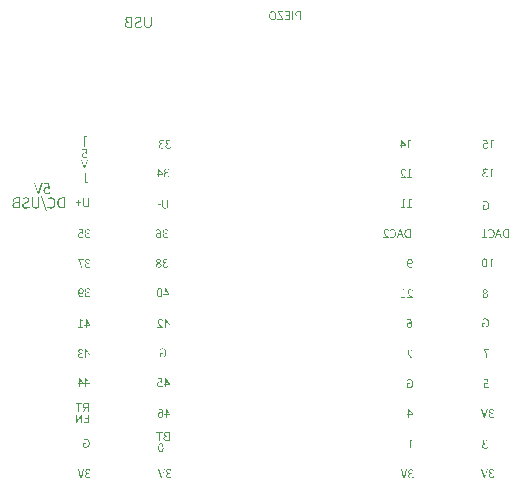
<source format=gbo>
G04 Layer: BottomSilkLayer*
G04 EasyEDA v6.4.25, 2021-10-04T21:21:11--4:00*
G04 2cf70da8eae2490c89e5189a04a06a47,96b9eb17c6bf4bf1aa34359f555252a9,10*
G04 Gerber Generator version 0.2*
G04 Scale: 100 percent, Rotated: No, Reflected: No *
G04 Dimensions in millimeters *
G04 leading zeros omitted , absolute positions ,4 integer and 5 decimal *
%FSLAX45Y45*%
%MOMM*%

%ADD34C,0.1000*%

%LPD*%
G36*
X2147874Y-3697935D02*
G01*
X2139442Y-3699154D01*
X2132736Y-3702710D01*
X2128367Y-3708450D01*
X2126792Y-3716223D01*
X2127758Y-3722624D01*
X2130450Y-3727754D01*
X2134616Y-3731717D01*
X2140000Y-3734511D01*
X2140000Y-3734765D01*
X2133904Y-3737152D01*
X2128875Y-3741267D01*
X2125472Y-3746855D01*
X2124252Y-3753815D01*
X2124710Y-3758539D01*
X2126081Y-3762705D01*
X2128215Y-3766312D01*
X2131060Y-3769309D01*
X2134514Y-3771696D01*
X2138476Y-3773474D01*
X2142896Y-3774541D01*
X2147620Y-3774897D01*
X2155545Y-3774084D01*
X2161997Y-3771798D01*
X2167128Y-3768598D01*
X2171242Y-3764737D01*
X2166924Y-3759403D01*
X2163419Y-3762705D01*
X2159254Y-3765448D01*
X2154174Y-3767328D01*
X2148128Y-3768039D01*
X2141829Y-3767023D01*
X2136952Y-3764127D01*
X2133752Y-3759555D01*
X2132634Y-3753561D01*
X2133904Y-3747262D01*
X2137968Y-3742385D01*
X2145284Y-3739184D01*
X2156256Y-3738067D01*
X2156256Y-3731717D01*
X2146300Y-3730599D01*
X2139797Y-3727500D01*
X2136241Y-3722827D01*
X2135174Y-3716985D01*
X2136089Y-3711956D01*
X2138680Y-3708095D01*
X2142794Y-3705555D01*
X2148128Y-3704539D01*
X2152599Y-3705250D01*
X2156764Y-3706825D01*
X2160524Y-3709162D01*
X2163876Y-3712159D01*
X2168448Y-3706571D01*
X2164080Y-3703167D01*
X2159304Y-3700424D01*
X2153920Y-3698595D01*
G37*
G36*
X2061006Y-3699205D02*
G01*
X2084628Y-3773627D01*
X2094280Y-3773627D01*
X2118156Y-3699205D01*
X2109520Y-3699205D01*
X2096820Y-3740353D01*
X2089708Y-3764991D01*
X2089200Y-3764991D01*
X2069388Y-3699205D01*
G37*
G36*
X2137664Y-3447999D02*
G01*
X2137664Y-3515563D01*
X2122678Y-3515563D01*
X2122678Y-3522421D01*
X2162556Y-3522421D01*
X2162556Y-3515563D01*
X2146046Y-3515563D01*
X2146046Y-3458413D01*
X2159000Y-3458413D01*
X2159000Y-3453079D01*
X2154478Y-3452215D01*
X2150516Y-3451047D01*
X2147062Y-3449624D01*
X2144014Y-3447999D01*
G37*
G36*
X2124862Y-3185769D02*
G01*
X2124862Y-3195421D01*
X2132482Y-3195421D01*
X2138578Y-3206343D01*
X2156358Y-3232759D01*
X2132736Y-3232759D01*
X2132685Y-3205632D01*
X2132330Y-3198622D01*
X2131974Y-3195421D01*
X2124862Y-3195421D01*
X2124862Y-3232759D01*
X2114702Y-3232759D01*
X2114702Y-3239363D01*
X2124862Y-3239363D01*
X2124862Y-3260191D01*
X2132736Y-3260191D01*
X2132736Y-3239363D01*
X2165248Y-3239363D01*
X2165248Y-3234029D01*
X2133752Y-3185769D01*
G37*
G36*
X2830880Y-3187242D02*
G01*
X2822448Y-3188462D01*
X2815793Y-3191967D01*
X2811373Y-3197707D01*
X2809798Y-3205530D01*
X2810764Y-3211880D01*
X2813456Y-3217011D01*
X2817622Y-3220974D01*
X2823006Y-3223818D01*
X2823006Y-3224072D01*
X2816910Y-3226460D01*
X2811881Y-3230524D01*
X2808528Y-3236112D01*
X2807258Y-3243122D01*
X2807766Y-3247796D01*
X2809087Y-3251962D01*
X2811272Y-3255568D01*
X2814116Y-3258616D01*
X2817571Y-3261004D01*
X2821533Y-3262731D01*
X2825902Y-3263798D01*
X2830626Y-3264204D01*
X2838602Y-3263341D01*
X2845003Y-3261106D01*
X2850184Y-3257854D01*
X2854248Y-3254044D01*
X2849930Y-3248710D01*
X2846425Y-3251962D01*
X2842260Y-3254705D01*
X2837230Y-3256635D01*
X2831134Y-3257346D01*
X2824886Y-3256330D01*
X2819958Y-3253435D01*
X2816809Y-3248863D01*
X2815640Y-3242868D01*
X2816910Y-3236569D01*
X2820974Y-3231692D01*
X2828290Y-3228492D01*
X2839262Y-3227374D01*
X2839262Y-3221024D01*
X2829356Y-3219856D01*
X2822803Y-3216757D01*
X2819247Y-3212134D01*
X2818180Y-3206292D01*
X2819095Y-3201263D01*
X2821736Y-3197402D01*
X2825800Y-3194862D01*
X2831134Y-3193846D01*
X2835605Y-3194507D01*
X2839770Y-3196132D01*
X2843580Y-3198469D01*
X2846882Y-3201466D01*
X2851454Y-3195878D01*
X2847086Y-3192475D01*
X2842310Y-3189732D01*
X2836976Y-3187903D01*
G37*
G36*
X2744012Y-3188512D02*
G01*
X2767634Y-3262934D01*
X2777286Y-3262934D01*
X2801162Y-3188512D01*
X2792526Y-3188512D01*
X2779826Y-3229660D01*
X2772714Y-3254298D01*
X2772206Y-3254298D01*
X2752394Y-3188512D01*
G37*
G36*
X2775712Y-3446729D02*
G01*
X2767279Y-3447948D01*
X2760573Y-3451504D01*
X2756204Y-3457244D01*
X2754630Y-3465017D01*
X2755595Y-3471418D01*
X2758287Y-3476548D01*
X2762453Y-3480511D01*
X2767838Y-3483305D01*
X2767838Y-3483559D01*
X2761742Y-3485997D01*
X2756712Y-3490061D01*
X2753309Y-3495649D01*
X2752090Y-3502609D01*
X2752547Y-3507333D01*
X2753918Y-3511499D01*
X2756052Y-3515106D01*
X2758897Y-3518103D01*
X2762351Y-3520490D01*
X2766314Y-3522268D01*
X2770733Y-3523335D01*
X2775458Y-3523691D01*
X2783281Y-3522878D01*
X2789732Y-3520643D01*
X2794965Y-3517392D01*
X2799080Y-3513531D01*
X2794762Y-3508197D01*
X2791256Y-3511499D01*
X2787091Y-3514242D01*
X2782011Y-3516122D01*
X2775966Y-3516833D01*
X2769666Y-3515817D01*
X2764790Y-3512921D01*
X2761589Y-3508400D01*
X2760472Y-3502355D01*
X2761691Y-3496106D01*
X2765653Y-3491179D01*
X2772867Y-3488029D01*
X2783840Y-3486861D01*
X2783840Y-3480511D01*
X2774035Y-3479393D01*
X2767584Y-3476294D01*
X2764078Y-3471621D01*
X2763012Y-3465779D01*
X2763926Y-3460750D01*
X2766517Y-3456889D01*
X2770632Y-3454349D01*
X2775966Y-3453333D01*
X2780385Y-3454044D01*
X2784500Y-3455619D01*
X2788259Y-3458006D01*
X2791714Y-3460953D01*
X2796286Y-3455365D01*
X2791917Y-3452012D01*
X2787142Y-3449269D01*
X2781757Y-3447389D01*
G37*
G36*
X2830830Y-3694531D02*
G01*
X2822397Y-3695700D01*
X2815742Y-3699256D01*
X2811322Y-3704996D01*
X2809748Y-3712819D01*
X2810713Y-3719169D01*
X2813456Y-3724300D01*
X2817672Y-3728262D01*
X2823210Y-3731107D01*
X2823210Y-3731361D01*
X2816961Y-3733749D01*
X2811881Y-3737813D01*
X2808478Y-3743401D01*
X2807208Y-3750411D01*
X2807665Y-3755085D01*
X2809036Y-3759250D01*
X2811170Y-3762857D01*
X2814066Y-3765905D01*
X2817520Y-3768293D01*
X2821482Y-3770020D01*
X2825851Y-3771087D01*
X2830576Y-3771493D01*
X2838500Y-3770629D01*
X2844952Y-3768394D01*
X2850134Y-3765143D01*
X2854198Y-3761333D01*
X2849880Y-3755999D01*
X2846374Y-3759250D01*
X2842209Y-3761994D01*
X2837180Y-3763924D01*
X2831084Y-3764635D01*
X2824937Y-3763619D01*
X2820009Y-3760724D01*
X2816758Y-3756151D01*
X2815590Y-3750157D01*
X2816860Y-3743858D01*
X2820924Y-3738981D01*
X2828239Y-3735781D01*
X2839212Y-3734663D01*
X2839212Y-3728313D01*
X2829407Y-3727145D01*
X2822854Y-3724046D01*
X2819247Y-3719372D01*
X2818130Y-3713581D01*
X2819044Y-3708552D01*
X2821686Y-3704691D01*
X2825851Y-3702151D01*
X2831338Y-3701135D01*
X2835757Y-3701796D01*
X2839872Y-3703421D01*
X2843580Y-3705758D01*
X2846832Y-3708755D01*
X2851404Y-3703167D01*
X2847136Y-3699764D01*
X2842361Y-3697020D01*
X2836926Y-3695192D01*
G37*
G36*
X2743962Y-3695801D02*
G01*
X2767838Y-3770223D01*
X2777490Y-3770223D01*
X2801366Y-3695801D01*
X2792476Y-3695801D01*
X2772664Y-3761587D01*
X2772156Y-3761587D01*
X2752598Y-3695801D01*
G37*
G36*
X2767076Y-2937205D02*
G01*
X2767076Y-2944317D01*
X2795270Y-2944317D01*
X2797302Y-2966923D01*
X2794762Y-2965551D01*
X2792069Y-2964637D01*
X2789123Y-2964027D01*
X2785872Y-2963875D01*
X2781350Y-2964180D01*
X2777134Y-2965246D01*
X2773375Y-2966974D01*
X2770073Y-2969463D01*
X2767330Y-2972765D01*
X2765298Y-2976829D01*
X2763977Y-2981706D01*
X2763520Y-2987497D01*
X2764078Y-2993237D01*
X2765552Y-2998317D01*
X2767888Y-3002635D01*
X2770886Y-3006293D01*
X2774492Y-3009138D01*
X2778556Y-3011170D01*
X2782874Y-3012440D01*
X2787396Y-3012897D01*
X2795320Y-3012033D01*
X2801721Y-3009849D01*
X2806852Y-3006648D01*
X2811018Y-3002991D01*
X2806700Y-2997657D01*
X2803347Y-3000756D01*
X2799283Y-3003448D01*
X2794254Y-3005328D01*
X2788158Y-3006039D01*
X2781909Y-3004718D01*
X2776728Y-3001060D01*
X2773222Y-2995320D01*
X2771902Y-2987751D01*
X2773070Y-2980385D01*
X2776321Y-2974848D01*
X2781350Y-2971393D01*
X2787904Y-2970225D01*
X2791409Y-2970479D01*
X2794457Y-2971292D01*
X2797302Y-2972663D01*
X2800350Y-2974543D01*
X2804922Y-2971749D01*
X2802636Y-2937205D01*
G37*
G36*
X2134717Y-2934512D02*
G01*
X2127758Y-2935325D01*
X2121966Y-2937357D01*
X2117344Y-2940304D01*
X2113635Y-2943656D01*
X2118207Y-2948990D01*
X2121306Y-2946298D01*
X2124964Y-2944012D01*
X2129332Y-2942488D01*
X2134717Y-2941878D01*
X2140153Y-2942437D01*
X2145080Y-2944063D01*
X2149398Y-2946654D01*
X2153005Y-2950260D01*
X2155952Y-2954680D01*
X2158085Y-2960014D01*
X2159406Y-2966059D01*
X2159863Y-2972866D01*
X2159457Y-2979674D01*
X2158187Y-2985770D01*
X2156104Y-2991154D01*
X2153310Y-2995625D01*
X2149703Y-2999232D01*
X2145385Y-3001924D01*
X2140407Y-3003550D01*
X2134717Y-3004108D01*
X2130552Y-3003804D01*
X2126640Y-3002889D01*
X2123236Y-3001416D01*
X2120493Y-2999536D01*
X2120493Y-2979216D01*
X2136749Y-2979216D01*
X2136749Y-2972104D01*
X2112619Y-2972104D01*
X2112619Y-3003092D01*
X2116836Y-3006445D01*
X2122170Y-3009087D01*
X2128418Y-3010865D01*
X2135479Y-3011474D01*
X2142439Y-3010814D01*
X2148789Y-3008833D01*
X2154428Y-3005632D01*
X2159254Y-3001264D01*
X2163165Y-2995777D01*
X2166061Y-2989173D01*
X2167890Y-2981655D01*
X2168499Y-2973120D01*
X2168194Y-2967380D01*
X2167382Y-2961995D01*
X2166010Y-2957017D01*
X2164130Y-2952496D01*
X2161794Y-2948432D01*
X2159050Y-2944876D01*
X2155850Y-2941777D01*
X2152294Y-2939237D01*
X2148332Y-2937205D01*
X2144115Y-2935732D01*
X2139543Y-2934817D01*
G37*
G36*
X2141372Y-2684729D02*
G01*
X2136648Y-2685135D01*
X2132482Y-2686304D01*
X2128824Y-2688183D01*
X2125726Y-2690723D01*
X2123287Y-2693873D01*
X2121509Y-2697581D01*
X2120392Y-2701848D01*
X2120036Y-2706573D01*
X2120544Y-2712212D01*
X2122119Y-2717901D01*
X2124710Y-2723642D01*
X2128164Y-2729433D01*
X2132482Y-2735326D01*
X2137613Y-2741371D01*
X2143455Y-2747518D01*
X2150008Y-2753817D01*
X2137816Y-2753309D01*
X2116480Y-2753309D01*
X2116480Y-2760421D01*
X2162454Y-2760421D01*
X2162454Y-2755341D01*
X2154123Y-2747873D01*
X2147011Y-2740914D01*
X2141118Y-2734360D01*
X2136343Y-2728214D01*
X2132736Y-2722473D01*
X2130145Y-2716987D01*
X2128672Y-2711805D01*
X2128164Y-2706827D01*
X2128977Y-2700680D01*
X2131517Y-2695752D01*
X2135886Y-2692501D01*
X2142134Y-2691333D01*
X2146706Y-2692044D01*
X2150872Y-2693974D01*
X2154682Y-2696819D01*
X2158136Y-2700223D01*
X2162962Y-2695651D01*
X2158288Y-2691180D01*
X2153310Y-2687726D01*
X2147722Y-2685491D01*
G37*
G36*
X2763570Y-2678480D02*
G01*
X2763570Y-2683560D01*
X2767634Y-2689148D01*
X2771190Y-2694533D01*
X2774238Y-2699867D01*
X2776778Y-2705150D01*
X2778912Y-2710484D01*
X2780690Y-2715869D01*
X2782112Y-2721406D01*
X2784144Y-2733040D01*
X2785262Y-2745892D01*
X2785668Y-2752902D01*
X2794304Y-2752902D01*
X2793288Y-2739390D01*
X2791460Y-2727248D01*
X2790190Y-2721559D01*
X2788716Y-2716123D01*
X2786888Y-2710840D01*
X2784805Y-2705709D01*
X2782417Y-2700680D01*
X2779725Y-2695651D01*
X2773222Y-2685592D01*
X2809544Y-2685592D01*
X2809544Y-2678480D01*
G37*
G36*
X2776016Y-2420721D02*
G01*
X2769006Y-2421483D01*
X2763266Y-2423566D01*
X2758592Y-2426512D01*
X2754934Y-2429865D01*
X2759506Y-2435199D01*
X2762554Y-2432456D01*
X2766212Y-2430221D01*
X2770632Y-2428646D01*
X2776016Y-2428087D01*
X2781452Y-2428646D01*
X2786329Y-2430272D01*
X2790647Y-2432862D01*
X2794304Y-2436418D01*
X2797200Y-2440889D01*
X2799334Y-2446172D01*
X2800705Y-2452268D01*
X2801112Y-2459075D01*
X2800705Y-2465882D01*
X2799435Y-2471978D01*
X2797403Y-2477312D01*
X2794558Y-2481834D01*
X2791002Y-2485440D01*
X2786684Y-2488133D01*
X2781655Y-2489758D01*
X2776016Y-2490317D01*
X2771851Y-2490012D01*
X2767939Y-2489098D01*
X2764485Y-2487625D01*
X2761742Y-2485745D01*
X2761742Y-2465425D01*
X2778048Y-2465425D01*
X2778048Y-2458313D01*
X2753918Y-2458313D01*
X2753918Y-2489301D01*
X2758084Y-2492654D01*
X2763418Y-2495296D01*
X2769666Y-2497074D01*
X2776728Y-2497683D01*
X2783738Y-2497023D01*
X2790037Y-2495042D01*
X2795676Y-2491841D01*
X2800502Y-2487472D01*
X2804414Y-2481935D01*
X2807309Y-2475382D01*
X2809138Y-2467813D01*
X2809798Y-2459329D01*
X2809494Y-2453538D01*
X2808630Y-2448204D01*
X2807258Y-2443226D01*
X2805430Y-2438704D01*
X2803093Y-2434640D01*
X2800299Y-2431084D01*
X2797149Y-2427986D01*
X2793542Y-2425446D01*
X2789631Y-2423414D01*
X2785364Y-2421940D01*
X2780842Y-2421026D01*
G37*
G36*
X2131568Y-2424531D02*
G01*
X2126284Y-2425039D01*
X2121712Y-2426563D01*
X2117852Y-2428900D01*
X2114550Y-2431897D01*
X2119122Y-2437231D01*
X2121662Y-2434793D01*
X2124659Y-2432964D01*
X2127910Y-2431796D01*
X2131314Y-2431389D01*
X2135124Y-2431796D01*
X2138730Y-2433015D01*
X2142032Y-2435199D01*
X2144877Y-2438400D01*
X2147316Y-2442718D01*
X2149195Y-2448204D01*
X2150364Y-2454960D01*
X2150872Y-2463139D01*
X2147112Y-2459380D01*
X2142845Y-2456586D01*
X2138324Y-2454859D01*
X2133854Y-2454249D01*
X2129332Y-2454605D01*
X2125268Y-2455722D01*
X2121763Y-2457551D01*
X2118817Y-2460091D01*
X2116429Y-2463342D01*
X2114702Y-2467305D01*
X2113635Y-2471978D01*
X2113280Y-2477363D01*
X2121154Y-2477363D01*
X2121966Y-2470404D01*
X2124506Y-2465019D01*
X2128875Y-2461564D01*
X2135124Y-2460345D01*
X2138781Y-2460904D01*
X2142693Y-2462631D01*
X2146706Y-2465679D01*
X2150618Y-2470251D01*
X2148992Y-2480716D01*
X2145690Y-2488438D01*
X2140712Y-2493264D01*
X2134108Y-2494889D01*
X2128977Y-2493619D01*
X2124862Y-2490012D01*
X2122119Y-2484475D01*
X2121154Y-2477363D01*
X2113280Y-2477363D01*
X2113737Y-2482545D01*
X2114956Y-2487218D01*
X2116937Y-2491333D01*
X2119477Y-2494838D01*
X2122627Y-2497683D01*
X2126132Y-2499766D01*
X2129993Y-2501036D01*
X2134108Y-2501493D01*
X2139340Y-2500884D01*
X2144064Y-2499156D01*
X2148281Y-2496261D01*
X2151837Y-2492248D01*
X2154783Y-2487066D01*
X2156917Y-2480818D01*
X2158288Y-2473401D01*
X2158746Y-2464917D01*
X2158136Y-2454706D01*
X2156510Y-2446172D01*
X2153920Y-2439162D01*
X2150465Y-2433675D01*
X2146401Y-2429510D01*
X2141829Y-2426665D01*
X2136800Y-2425039D01*
G37*
G36*
X2141372Y-2171293D02*
G01*
X2136648Y-2171700D01*
X2132431Y-2172868D01*
X2128824Y-2174748D01*
X2125726Y-2177288D01*
X2123287Y-2180437D01*
X2121509Y-2184196D01*
X2120392Y-2188413D01*
X2120036Y-2193137D01*
X2120544Y-2198776D01*
X2122119Y-2204466D01*
X2124710Y-2210206D01*
X2128164Y-2215997D01*
X2132482Y-2221941D01*
X2137613Y-2227935D01*
X2143455Y-2234082D01*
X2150008Y-2240381D01*
X2140762Y-2239924D01*
X2116480Y-2239873D01*
X2116480Y-2246985D01*
X2162454Y-2246985D01*
X2162454Y-2241905D01*
X2154123Y-2234488D01*
X2147011Y-2227478D01*
X2141118Y-2220976D01*
X2136343Y-2214829D01*
X2132685Y-2209038D01*
X2130145Y-2203551D01*
X2128672Y-2198370D01*
X2128164Y-2193391D01*
X2128977Y-2187244D01*
X2131517Y-2182317D01*
X2135886Y-2179066D01*
X2142134Y-2177897D01*
X2146706Y-2178608D01*
X2150872Y-2180539D01*
X2154682Y-2183384D01*
X2158136Y-2186787D01*
X2162962Y-2182215D01*
X2158288Y-2177745D01*
X2153310Y-2174290D01*
X2147722Y-2172106D01*
G37*
G36*
X2077364Y-2172563D02*
G01*
X2077364Y-2240127D01*
X2062124Y-2240127D01*
X2062124Y-2246985D01*
X2102256Y-2246985D01*
X2102256Y-2240127D01*
X2085492Y-2240127D01*
X2085492Y-2182977D01*
X2098700Y-2182977D01*
X2098700Y-2177643D01*
X2094230Y-2176780D01*
X2090267Y-2175611D01*
X2086762Y-2174189D01*
X2083714Y-2172563D01*
G37*
G36*
X2778201Y-2171598D02*
G01*
X2769819Y-2173020D01*
X2763520Y-2177084D01*
X2759557Y-2183231D01*
X2758135Y-2191156D01*
X2758222Y-2191664D01*
X2765247Y-2191664D01*
X2766161Y-2186279D01*
X2768701Y-2181910D01*
X2772867Y-2179015D01*
X2778455Y-2177948D01*
X2783382Y-2178812D01*
X2787243Y-2181402D01*
X2789732Y-2185314D01*
X2790647Y-2190394D01*
X2789224Y-2196338D01*
X2785364Y-2200808D01*
X2779826Y-2204212D01*
X2773375Y-2206904D01*
X2769870Y-2203450D01*
X2767330Y-2199741D01*
X2765806Y-2195779D01*
X2765247Y-2191664D01*
X2758222Y-2191664D01*
X2759100Y-2196795D01*
X2761488Y-2201875D01*
X2764688Y-2206040D01*
X2768041Y-2209190D01*
X2768041Y-2209698D01*
X2763418Y-2212898D01*
X2759456Y-2217064D01*
X2756662Y-2222449D01*
X2755635Y-2229002D01*
X2763469Y-2229002D01*
X2765145Y-2222296D01*
X2769565Y-2217420D01*
X2776016Y-2213711D01*
X2783789Y-2210460D01*
X2788158Y-2213864D01*
X2791510Y-2217978D01*
X2793695Y-2222703D01*
X2794457Y-2227986D01*
X2793238Y-2233625D01*
X2789885Y-2238146D01*
X2784805Y-2241092D01*
X2778455Y-2242210D01*
X2772257Y-2241194D01*
X2767533Y-2238451D01*
X2764536Y-2234234D01*
X2763469Y-2229002D01*
X2755635Y-2229002D01*
X2757271Y-2236724D01*
X2761894Y-2242769D01*
X2769108Y-2246782D01*
X2778455Y-2248306D01*
X2783433Y-2247900D01*
X2787954Y-2246782D01*
X2791968Y-2245004D01*
X2795422Y-2242667D01*
X2798216Y-2239772D01*
X2800350Y-2236368D01*
X2801620Y-2232609D01*
X2802077Y-2228494D01*
X2800858Y-2221585D01*
X2797657Y-2215794D01*
X2793187Y-2211222D01*
X2788107Y-2207920D01*
X2788107Y-2207412D01*
X2792069Y-2204313D01*
X2795320Y-2200503D01*
X2797505Y-2195830D01*
X2798267Y-2190394D01*
X2796743Y-2182723D01*
X2792526Y-2176780D01*
X2786176Y-2172919D01*
G37*
G36*
X2773019Y-1912721D02*
G01*
X2767990Y-1913280D01*
X2763520Y-1915058D01*
X2759608Y-1918004D01*
X2756357Y-1922170D01*
X2753715Y-1927504D01*
X2751734Y-1934057D01*
X2750566Y-1941830D01*
X2750159Y-1950821D01*
X2758287Y-1950821D01*
X2758541Y-1943252D01*
X2759303Y-1936800D01*
X2760573Y-1931365D01*
X2762300Y-1926996D01*
X2764434Y-1923592D01*
X2766974Y-1921205D01*
X2769819Y-1919782D01*
X2773019Y-1919325D01*
X2776118Y-1919782D01*
X2778963Y-1921205D01*
X2781452Y-1923592D01*
X2783586Y-1926996D01*
X2785364Y-1931365D01*
X2786634Y-1936800D01*
X2787446Y-1943252D01*
X2787751Y-1950821D01*
X2787446Y-1958644D01*
X2786634Y-1965299D01*
X2785364Y-1970836D01*
X2783586Y-1975307D01*
X2781452Y-1978761D01*
X2778963Y-1981200D01*
X2776118Y-1982622D01*
X2773019Y-1983079D01*
X2769819Y-1982622D01*
X2766974Y-1981200D01*
X2764434Y-1978761D01*
X2762300Y-1975307D01*
X2760573Y-1970836D01*
X2759303Y-1965299D01*
X2758541Y-1958644D01*
X2758287Y-1950821D01*
X2750159Y-1950821D01*
X2750566Y-1960016D01*
X2751734Y-1967941D01*
X2753715Y-1974596D01*
X2756357Y-1980082D01*
X2759608Y-1984298D01*
X2763520Y-1987296D01*
X2767990Y-1989074D01*
X2773019Y-1989683D01*
X2777998Y-1989074D01*
X2782468Y-1987296D01*
X2786380Y-1984298D01*
X2789682Y-1980082D01*
X2792323Y-1974596D01*
X2794254Y-1967941D01*
X2795473Y-1960016D01*
X2795879Y-1950821D01*
X2795473Y-1941830D01*
X2794254Y-1934057D01*
X2792323Y-1927504D01*
X2789682Y-1922170D01*
X2786380Y-1918004D01*
X2782468Y-1915058D01*
X2777998Y-1913280D01*
G37*
G36*
X2822803Y-1913991D02*
G01*
X2822803Y-1981555D01*
X2807563Y-1981555D01*
X2807563Y-1988413D01*
X2847695Y-1988413D01*
X2847695Y-1981555D01*
X2830931Y-1981555D01*
X2830931Y-1924405D01*
X2844139Y-1924405D01*
X2844139Y-1919071D01*
X2839516Y-1918157D01*
X2835554Y-1916988D01*
X2832049Y-1915617D01*
X2828899Y-1913991D01*
G37*
G36*
X2141626Y-1914499D02*
G01*
X2136495Y-1915058D01*
X2131771Y-1916734D01*
X2127605Y-1919427D01*
X2123998Y-1923288D01*
X2121052Y-1928215D01*
X2118868Y-1934260D01*
X2117496Y-1941372D01*
X2117240Y-1945487D01*
X2124862Y-1945487D01*
X2126538Y-1935073D01*
X2129942Y-1927402D01*
X2134971Y-1922729D01*
X2141626Y-1921103D01*
X2146909Y-1922373D01*
X2151126Y-1925929D01*
X2153869Y-1931416D01*
X2154834Y-1938375D01*
X2153970Y-1945487D01*
X2151430Y-1950923D01*
X2147112Y-1954428D01*
X2141118Y-1955647D01*
X2137054Y-1955088D01*
X2132888Y-1953260D01*
X2128824Y-1950110D01*
X2124862Y-1945487D01*
X2117240Y-1945487D01*
X2116988Y-1949551D01*
X2117598Y-1960118D01*
X2119223Y-1968957D01*
X2121814Y-1976221D01*
X2125218Y-1981962D01*
X2129231Y-1986280D01*
X2133701Y-1989226D01*
X2138578Y-1990953D01*
X2143658Y-1991461D01*
X2149144Y-1990953D01*
X2153869Y-1989429D01*
X2157831Y-1987092D01*
X2161184Y-1984095D01*
X2156612Y-1978761D01*
X2153920Y-1981301D01*
X2150872Y-1983130D01*
X2147468Y-1984248D01*
X2143912Y-1984603D01*
X2140356Y-1984248D01*
X2137003Y-1982978D01*
X2133854Y-1980793D01*
X2131060Y-1977542D01*
X2128672Y-1973173D01*
X2126843Y-1967585D01*
X2125522Y-1960676D01*
X2124862Y-1952345D01*
X2128621Y-1956307D01*
X2132888Y-1959254D01*
X2137511Y-1961134D01*
X2142388Y-1961743D01*
X2146858Y-1961388D01*
X2150821Y-1960270D01*
X2154326Y-1958441D01*
X2157222Y-1955901D01*
X2159558Y-1952599D01*
X2161286Y-1948586D01*
X2162352Y-1943862D01*
X2162708Y-1938375D01*
X2162302Y-1933295D01*
X2161032Y-1928672D01*
X2159050Y-1924608D01*
X2156460Y-1921103D01*
X2153361Y-1918309D01*
X2149754Y-1916277D01*
X2145842Y-1914956D01*
G37*
G36*
X1938578Y-1663344D02*
G01*
X1933854Y-1663700D01*
X1929688Y-1664868D01*
X1926031Y-1666748D01*
X1922932Y-1669288D01*
X1920493Y-1672437D01*
X1918716Y-1676196D01*
X1917598Y-1680413D01*
X1917242Y-1685188D01*
X1917801Y-1690776D01*
X1919376Y-1696466D01*
X1921967Y-1702206D01*
X1925472Y-1708048D01*
X1929790Y-1713941D01*
X1934921Y-1719935D01*
X1940763Y-1726133D01*
X1947214Y-1732432D01*
X1937969Y-1731924D01*
X1913686Y-1731924D01*
X1913686Y-1739036D01*
X1959914Y-1739036D01*
X1959914Y-1733956D01*
X1951583Y-1726488D01*
X1944420Y-1719478D01*
X1938477Y-1712975D01*
X1933702Y-1706829D01*
X1929993Y-1701038D01*
X1927402Y-1695551D01*
X1925878Y-1690370D01*
X1925370Y-1685442D01*
X1926234Y-1679244D01*
X1928875Y-1674317D01*
X1933295Y-1671116D01*
X1939594Y-1669948D01*
X1944065Y-1670659D01*
X1948230Y-1672539D01*
X1952040Y-1675384D01*
X1955342Y-1678838D01*
X1960422Y-1674266D01*
X1955749Y-1669745D01*
X1950720Y-1666290D01*
X1945081Y-1664106D01*
G37*
G36*
X1990140Y-1663344D02*
G01*
X1983841Y-1664055D01*
X1978304Y-1666087D01*
X1973681Y-1668983D01*
X1970074Y-1672488D01*
X1974646Y-1677822D01*
X1977745Y-1674875D01*
X1981352Y-1672640D01*
X1985467Y-1671167D01*
X1990140Y-1670710D01*
X1995322Y-1671218D01*
X1999996Y-1672843D01*
X2004110Y-1675485D01*
X2007616Y-1679041D01*
X2010460Y-1683512D01*
X2012543Y-1688795D01*
X2013813Y-1694891D01*
X2014270Y-1701698D01*
X2013864Y-1708505D01*
X2012594Y-1714601D01*
X2010613Y-1719935D01*
X2007870Y-1724456D01*
X2004415Y-1728063D01*
X2000351Y-1730705D01*
X1995627Y-1732381D01*
X1990394Y-1732940D01*
X1985314Y-1732330D01*
X1980742Y-1730705D01*
X1976628Y-1728012D01*
X1972868Y-1724304D01*
X1968042Y-1729638D01*
X1972716Y-1734159D01*
X1978050Y-1737512D01*
X1984095Y-1739595D01*
X1990902Y-1740306D01*
X1997506Y-1739595D01*
X2003602Y-1737664D01*
X2009038Y-1734464D01*
X2013762Y-1730044D01*
X2017572Y-1724558D01*
X2020468Y-1718005D01*
X2022297Y-1710436D01*
X2022906Y-1701952D01*
X2022246Y-1693418D01*
X2020417Y-1685848D01*
X2017471Y-1679244D01*
X2013559Y-1673656D01*
X2008784Y-1669237D01*
X2003196Y-1665986D01*
X1996948Y-1664004D01*
G37*
G36*
X2053640Y-1664614D02*
G01*
X2038318Y-1709064D01*
X2046528Y-1709064D01*
X2058212Y-1671726D01*
X2058466Y-1671726D01*
X2066086Y-1696872D01*
X2070150Y-1709064D01*
X2038318Y-1709064D01*
X2027986Y-1739036D01*
X2037130Y-1739036D01*
X2044496Y-1715668D01*
X2072182Y-1715668D01*
X2079802Y-1739036D01*
X2088184Y-1739036D01*
X2062784Y-1664614D01*
G37*
G36*
X2128316Y-1664614D02*
G01*
X2122830Y-1664868D01*
X2117801Y-1665681D01*
X2113229Y-1667052D01*
X2109114Y-1668932D01*
X2105507Y-1671370D01*
X2102358Y-1674266D01*
X2099665Y-1677619D01*
X2097430Y-1681480D01*
X2095754Y-1685798D01*
X2094484Y-1690573D01*
X2093772Y-1695805D01*
X2093518Y-1701444D01*
X2102154Y-1701444D01*
X2102561Y-1694738D01*
X2103831Y-1688795D01*
X2105914Y-1683664D01*
X2108860Y-1679397D01*
X2112619Y-1675993D01*
X2117242Y-1673504D01*
X2122728Y-1671980D01*
X2129078Y-1671472D01*
X2138222Y-1671472D01*
X2138222Y-1732178D01*
X2129078Y-1732178D01*
X2122728Y-1731619D01*
X2117242Y-1730044D01*
X2112619Y-1727454D01*
X2108860Y-1723948D01*
X2105914Y-1719529D01*
X2103831Y-1714246D01*
X2102561Y-1708200D01*
X2102154Y-1701444D01*
X2093518Y-1701444D01*
X2093772Y-1707083D01*
X2094484Y-1712315D01*
X2095754Y-1717141D01*
X2097430Y-1721561D01*
X2099614Y-1725523D01*
X2102307Y-1728978D01*
X2105456Y-1731975D01*
X2109063Y-1734464D01*
X2113127Y-1736445D01*
X2117648Y-1737868D01*
X2122627Y-1738731D01*
X2128062Y-1739036D01*
X2146604Y-1739036D01*
X2146604Y-1664614D01*
G37*
G36*
X2824327Y-1663344D02*
G01*
X2818028Y-1664055D01*
X2812491Y-1666087D01*
X2807868Y-1668983D01*
X2804261Y-1672488D01*
X2808833Y-1677822D01*
X2811932Y-1674875D01*
X2815539Y-1672640D01*
X2819654Y-1671218D01*
X2824327Y-1670710D01*
X2829509Y-1671269D01*
X2834182Y-1672843D01*
X2838297Y-1675485D01*
X2841802Y-1679041D01*
X2844647Y-1683512D01*
X2846730Y-1688795D01*
X2848000Y-1694891D01*
X2848457Y-1701698D01*
X2848051Y-1708505D01*
X2846781Y-1714601D01*
X2844800Y-1719935D01*
X2842056Y-1724456D01*
X2838602Y-1728063D01*
X2834538Y-1730705D01*
X2829814Y-1732381D01*
X2824581Y-1732940D01*
X2819501Y-1732381D01*
X2814980Y-1730705D01*
X2810814Y-1728012D01*
X2807055Y-1724304D01*
X2802229Y-1729638D01*
X2806903Y-1734159D01*
X2812237Y-1737512D01*
X2818282Y-1739595D01*
X2825089Y-1740306D01*
X2831693Y-1739646D01*
X2837789Y-1737664D01*
X2843225Y-1734464D01*
X2847949Y-1730044D01*
X2851810Y-1724558D01*
X2854655Y-1718005D01*
X2856484Y-1710436D01*
X2857093Y-1701952D01*
X2856433Y-1693418D01*
X2854604Y-1685848D01*
X2851658Y-1679244D01*
X2847746Y-1673656D01*
X2842971Y-1669237D01*
X2837383Y-1665986D01*
X2831134Y-1664004D01*
G37*
G36*
X2764637Y-1664614D02*
G01*
X2764637Y-1732178D01*
X2749397Y-1732178D01*
X2749397Y-1739036D01*
X2789529Y-1739036D01*
X2789529Y-1732178D01*
X2772765Y-1732178D01*
X2772765Y-1675028D01*
X2785973Y-1675028D01*
X2785973Y-1669694D01*
X2781503Y-1668780D01*
X2777540Y-1667611D01*
X2774035Y-1666189D01*
X2770987Y-1664614D01*
G37*
G36*
X2887827Y-1664614D02*
G01*
X2872505Y-1709064D01*
X2880715Y-1709064D01*
X2892399Y-1671726D01*
X2892653Y-1671726D01*
X2900273Y-1696872D01*
X2904337Y-1709064D01*
X2872505Y-1709064D01*
X2862173Y-1739036D01*
X2871317Y-1739036D01*
X2878683Y-1715668D01*
X2906369Y-1715668D01*
X2913989Y-1739036D01*
X2922371Y-1739036D01*
X2896971Y-1664614D01*
G37*
G36*
X2962503Y-1664614D02*
G01*
X2957017Y-1664868D01*
X2951988Y-1665681D01*
X2947416Y-1667052D01*
X2943301Y-1668932D01*
X2939694Y-1671370D01*
X2936544Y-1674266D01*
X2933852Y-1677619D01*
X2931668Y-1681480D01*
X2929940Y-1685798D01*
X2928670Y-1690573D01*
X2927959Y-1695805D01*
X2927705Y-1701444D01*
X2936341Y-1701444D01*
X2936748Y-1694738D01*
X2938018Y-1688795D01*
X2940100Y-1683664D01*
X2943047Y-1679397D01*
X2946806Y-1675993D01*
X2951429Y-1673504D01*
X2956915Y-1671980D01*
X2963265Y-1671472D01*
X2972409Y-1671472D01*
X2972409Y-1732178D01*
X2963265Y-1732178D01*
X2956915Y-1731619D01*
X2951429Y-1730044D01*
X2946806Y-1727454D01*
X2943047Y-1723948D01*
X2940100Y-1719529D01*
X2938018Y-1714246D01*
X2936748Y-1708200D01*
X2936341Y-1701444D01*
X2927705Y-1701444D01*
X2927959Y-1707083D01*
X2928670Y-1712315D01*
X2929940Y-1717141D01*
X2931617Y-1721561D01*
X2933852Y-1725523D01*
X2936494Y-1728978D01*
X2939643Y-1731975D01*
X2943250Y-1734464D01*
X2947314Y-1736445D01*
X2951835Y-1737868D01*
X2956814Y-1738731D01*
X2962249Y-1739036D01*
X2980791Y-1739036D01*
X2980791Y-1664614D01*
G37*
G36*
X2777439Y-1424533D02*
G01*
X2770428Y-1425295D01*
X2764688Y-1427378D01*
X2760014Y-1430324D01*
X2756357Y-1433677D01*
X2760929Y-1439011D01*
X2763977Y-1436268D01*
X2767634Y-1434033D01*
X2772054Y-1432458D01*
X2777439Y-1431899D01*
X2782874Y-1432458D01*
X2787802Y-1434033D01*
X2792069Y-1436674D01*
X2795727Y-1440230D01*
X2798622Y-1444701D01*
X2800756Y-1449984D01*
X2802128Y-1456080D01*
X2802585Y-1462887D01*
X2802128Y-1469694D01*
X2800908Y-1475790D01*
X2798826Y-1481124D01*
X2795981Y-1485646D01*
X2792425Y-1489252D01*
X2788107Y-1491894D01*
X2783078Y-1493570D01*
X2777439Y-1494129D01*
X2773273Y-1493774D01*
X2769362Y-1492859D01*
X2765907Y-1491437D01*
X2763215Y-1489557D01*
X2763215Y-1469237D01*
X2779471Y-1469237D01*
X2779471Y-1462125D01*
X2755341Y-1462125D01*
X2755341Y-1493113D01*
X2759557Y-1496466D01*
X2764840Y-1499108D01*
X2771089Y-1500835D01*
X2778201Y-1501495D01*
X2785160Y-1500835D01*
X2791510Y-1498854D01*
X2797098Y-1495653D01*
X2801924Y-1491284D01*
X2805836Y-1485747D01*
X2808782Y-1479194D01*
X2810560Y-1471625D01*
X2811221Y-1463141D01*
X2810916Y-1457350D01*
X2810052Y-1451965D01*
X2808732Y-1447038D01*
X2806852Y-1442516D01*
X2804515Y-1438452D01*
X2801721Y-1434896D01*
X2798572Y-1431798D01*
X2794965Y-1429207D01*
X2791053Y-1427175D01*
X2786786Y-1425702D01*
X2782265Y-1424838D01*
G37*
G36*
X2077618Y-1408480D02*
G01*
X2077618Y-1476044D01*
X2062378Y-1476044D01*
X2062378Y-1482902D01*
X2102510Y-1482902D01*
X2102510Y-1476044D01*
X2085746Y-1476044D01*
X2085746Y-1418894D01*
X2098954Y-1418894D01*
X2098954Y-1413560D01*
X2094382Y-1412646D01*
X2090420Y-1411528D01*
X2086914Y-1410106D01*
X2083714Y-1408480D01*
G37*
G36*
X2133244Y-1408480D02*
G01*
X2133244Y-1476044D01*
X2118258Y-1476044D01*
X2118258Y-1482902D01*
X2158136Y-1482902D01*
X2158136Y-1476044D01*
X2141626Y-1476044D01*
X2141626Y-1418894D01*
X2154580Y-1418894D01*
X2154580Y-1413560D01*
X2150110Y-1412646D01*
X2146147Y-1411528D01*
X2142693Y-1410106D01*
X2139594Y-1408480D01*
G37*
G36*
X2085492Y-1155344D02*
G01*
X2080768Y-1155750D01*
X2076602Y-1156868D01*
X2072944Y-1158748D01*
X2069846Y-1161288D01*
X2067407Y-1164437D01*
X2065629Y-1168196D01*
X2064512Y-1172464D01*
X2064156Y-1177188D01*
X2064715Y-1182827D01*
X2066289Y-1188466D01*
X2068880Y-1194206D01*
X2072386Y-1200048D01*
X2076704Y-1205941D01*
X2081834Y-1211986D01*
X2087676Y-1218133D01*
X2094128Y-1224432D01*
X2081936Y-1223924D01*
X2060600Y-1223924D01*
X2060600Y-1231036D01*
X2106574Y-1231036D01*
X2106574Y-1225956D01*
X2098294Y-1218488D01*
X2091232Y-1211529D01*
X2085339Y-1204976D01*
X2080564Y-1198829D01*
X2076907Y-1193038D01*
X2074316Y-1187602D01*
X2072792Y-1182370D01*
X2072284Y-1177442D01*
X2073148Y-1171244D01*
X2075789Y-1166368D01*
X2080209Y-1163116D01*
X2086508Y-1161948D01*
X2090928Y-1162659D01*
X2095042Y-1164590D01*
X2098802Y-1167384D01*
X2102256Y-1170838D01*
X2107082Y-1166266D01*
X2102561Y-1161745D01*
X2097633Y-1158341D01*
X2091994Y-1156106D01*
G37*
G36*
X2132990Y-1156614D02*
G01*
X2132990Y-1224178D01*
X2118004Y-1224178D01*
X2118004Y-1231036D01*
X2157882Y-1231036D01*
X2157882Y-1224178D01*
X2141372Y-1224178D01*
X2141372Y-1167028D01*
X2154326Y-1167028D01*
X2154326Y-1161694D01*
X2149856Y-1160780D01*
X2145893Y-1159611D01*
X2142388Y-1158240D01*
X2139340Y-1156614D01*
G37*
G36*
X2759202Y-907999D02*
G01*
X2759202Y-915111D01*
X2787650Y-915111D01*
X2789682Y-937717D01*
X2786989Y-936396D01*
X2784195Y-935431D01*
X2781249Y-934872D01*
X2777998Y-934669D01*
X2773527Y-935024D01*
X2769362Y-936040D01*
X2765552Y-937818D01*
X2762250Y-940308D01*
X2759506Y-943559D01*
X2757424Y-947623D01*
X2756103Y-952550D01*
X2755646Y-958291D01*
X2756154Y-964082D01*
X2757678Y-969111D01*
X2760014Y-973480D01*
X2763062Y-977087D01*
X2766669Y-979932D01*
X2770733Y-982014D01*
X2775153Y-983284D01*
X2779776Y-983691D01*
X2787548Y-982878D01*
X2793949Y-980643D01*
X2799080Y-977493D01*
X2803144Y-973785D01*
X2799080Y-968451D01*
X2795574Y-971600D01*
X2791409Y-974293D01*
X2786481Y-976121D01*
X2780538Y-976833D01*
X2774086Y-975563D01*
X2768854Y-971905D01*
X2765298Y-966114D01*
X2764028Y-958545D01*
X2765145Y-951230D01*
X2768396Y-945692D01*
X2773476Y-942238D01*
X2780030Y-941019D01*
X2783535Y-941324D01*
X2786684Y-942136D01*
X2789631Y-943508D01*
X2792730Y-945337D01*
X2797302Y-942543D01*
X2794762Y-907999D01*
G37*
G36*
X2827782Y-907999D02*
G01*
X2827782Y-975563D01*
X2812796Y-975563D01*
X2812796Y-982421D01*
X2852674Y-982421D01*
X2852674Y-975563D01*
X2836164Y-975563D01*
X2836164Y-918413D01*
X2849118Y-918413D01*
X2849118Y-913079D01*
X2844647Y-912164D01*
X2840685Y-911047D01*
X2837180Y-909624D01*
X2834132Y-907999D01*
G37*
G36*
X2063496Y-907999D02*
G01*
X2063496Y-917651D01*
X2071166Y-917651D01*
X2076957Y-928573D01*
X2094992Y-954989D01*
X2071420Y-954989D01*
X2071319Y-927811D01*
X2070607Y-917651D01*
X2063496Y-917651D01*
X2063496Y-954989D01*
X2053386Y-954989D01*
X2053386Y-961593D01*
X2063496Y-961593D01*
X2063496Y-982421D01*
X2071420Y-982421D01*
X2071420Y-961593D01*
X2103932Y-961593D01*
X2103932Y-956259D01*
X2072436Y-907999D01*
G37*
G36*
X2127758Y-907999D02*
G01*
X2127758Y-975563D01*
X2112568Y-975563D01*
X2112568Y-982421D01*
X2152700Y-982421D01*
X2152700Y-975563D01*
X2135936Y-975563D01*
X2135936Y-918413D01*
X2149094Y-918413D01*
X2149094Y-913079D01*
X2144522Y-912164D01*
X2140559Y-910996D01*
X2137054Y-909624D01*
X2133904Y-907999D01*
G37*
G36*
X-633780Y-989482D02*
G01*
X-633780Y-996594D01*
X-605586Y-996594D01*
X-603554Y-1019200D01*
X-606094Y-1017879D01*
X-608787Y-1016914D01*
X-611733Y-1016355D01*
X-614984Y-1016152D01*
X-619506Y-1016508D01*
X-623722Y-1017524D01*
X-627532Y-1019302D01*
X-630834Y-1021791D01*
X-633577Y-1025042D01*
X-635609Y-1029106D01*
X-636879Y-1034034D01*
X-637336Y-1039774D01*
X-636828Y-1045565D01*
X-635355Y-1050594D01*
X-633018Y-1054963D01*
X-629970Y-1058570D01*
X-626364Y-1061415D01*
X-622350Y-1063498D01*
X-617982Y-1064768D01*
X-613460Y-1065174D01*
X-605586Y-1064361D01*
X-599186Y-1062126D01*
X-594055Y-1058976D01*
X-589838Y-1055268D01*
X-594156Y-1049934D01*
X-597509Y-1053084D01*
X-601624Y-1055776D01*
X-606653Y-1057605D01*
X-612698Y-1058316D01*
X-618998Y-1057046D01*
X-624179Y-1053388D01*
X-627684Y-1047597D01*
X-628954Y-1040028D01*
X-627837Y-1032713D01*
X-624586Y-1027176D01*
X-619556Y-1023721D01*
X-612952Y-1022502D01*
X-609498Y-1022807D01*
X-606450Y-1023619D01*
X-603554Y-1024991D01*
X-600506Y-1026820D01*
X-595934Y-1024026D01*
X-598220Y-989482D01*
G37*
G36*
X-644448Y-1076807D02*
G01*
X-620826Y-1151229D01*
X-611174Y-1151229D01*
X-587298Y-1076807D01*
X-596188Y-1076807D01*
X-613918Y-1136243D01*
X-616000Y-1142593D01*
X-616254Y-1142593D01*
X-636066Y-1076807D01*
G37*
G36*
X-627837Y-1405026D02*
G01*
X-627837Y-1449222D01*
X-627278Y-1457350D01*
X-625754Y-1464106D01*
X-623366Y-1469542D01*
X-620166Y-1473809D01*
X-616305Y-1476959D01*
X-611886Y-1479092D01*
X-606958Y-1480312D01*
X-601675Y-1480718D01*
X-596290Y-1480312D01*
X-591312Y-1479092D01*
X-586841Y-1476959D01*
X-582930Y-1473809D01*
X-579729Y-1469542D01*
X-577291Y-1464106D01*
X-575767Y-1457350D01*
X-575259Y-1449222D01*
X-575259Y-1405026D01*
X-583641Y-1405026D01*
X-583641Y-1449476D01*
X-585063Y-1460906D01*
X-588924Y-1468272D01*
X-594664Y-1472184D01*
X-601675Y-1473352D01*
X-605282Y-1473047D01*
X-608685Y-1472184D01*
X-611784Y-1470609D01*
X-614527Y-1468272D01*
X-616762Y-1465072D01*
X-618490Y-1460906D01*
X-619556Y-1455724D01*
X-619963Y-1449476D01*
X-619963Y-1405026D01*
G37*
G36*
X-669239Y-1416710D02*
G01*
X-669239Y-1438808D01*
X-689813Y-1438808D01*
X-689813Y-1445158D01*
X-669239Y-1445158D01*
X-669239Y-1467510D01*
X-662381Y-1467510D01*
X-662381Y-1445158D01*
X-641807Y-1445158D01*
X-641807Y-1438808D01*
X-662381Y-1438808D01*
X-662381Y-1416710D01*
G37*
G36*
X41808Y-1415999D02*
G01*
X41808Y-1460195D01*
X42316Y-1468323D01*
X43840Y-1475079D01*
X46278Y-1480566D01*
X49479Y-1484782D01*
X53340Y-1487982D01*
X57759Y-1490116D01*
X62687Y-1491335D01*
X67970Y-1491691D01*
X73355Y-1491335D01*
X78282Y-1490116D01*
X82804Y-1487982D01*
X86715Y-1484782D01*
X89916Y-1480566D01*
X92303Y-1475079D01*
X93827Y-1468323D01*
X94386Y-1460195D01*
X94386Y-1415999D01*
X86004Y-1415999D01*
X86004Y-1460449D01*
X84582Y-1471879D01*
X80721Y-1479245D01*
X74980Y-1483156D01*
X67970Y-1484325D01*
X64312Y-1484071D01*
X60909Y-1483156D01*
X57810Y-1481582D01*
X55117Y-1479245D01*
X52832Y-1476044D01*
X51155Y-1471879D01*
X50038Y-1466748D01*
X49682Y-1460449D01*
X49682Y-1415999D01*
G37*
G36*
X8382Y-1664512D02*
G01*
X3200Y-1665071D01*
X-1371Y-1666595D01*
X-5283Y-1668881D01*
X-8636Y-1671878D01*
X-3810Y-1677212D01*
X-1270Y-1674774D01*
X1574Y-1672945D01*
X4775Y-1671777D01*
X8128Y-1671370D01*
X11938Y-1671777D01*
X15544Y-1672996D01*
X18846Y-1675180D01*
X21742Y-1678381D01*
X24180Y-1682699D01*
X26111Y-1688185D01*
X27381Y-1694992D01*
X27940Y-1703120D01*
X24079Y-1699361D01*
X19812Y-1696567D01*
X15290Y-1694840D01*
X10668Y-1694230D01*
X6146Y-1694586D01*
X2082Y-1695704D01*
X-1422Y-1697532D01*
X-4368Y-1700072D01*
X-6756Y-1703324D01*
X-8483Y-1707286D01*
X-9550Y-1711960D01*
X-9906Y-1717344D01*
X-2032Y-1717344D01*
X-1168Y-1710385D01*
X1422Y-1705000D01*
X5791Y-1701546D01*
X11938Y-1700326D01*
X15747Y-1700885D01*
X19710Y-1702612D01*
X23774Y-1705660D01*
X27686Y-1710232D01*
X26060Y-1720748D01*
X22656Y-1728470D01*
X17678Y-1733245D01*
X11176Y-1734870D01*
X5892Y-1733600D01*
X1727Y-1729993D01*
X-1016Y-1724456D01*
X-2032Y-1717344D01*
X-9906Y-1717344D01*
X-9448Y-1722526D01*
X-8229Y-1727200D01*
X-6248Y-1731314D01*
X-3657Y-1734820D01*
X-508Y-1737664D01*
X3048Y-1739747D01*
X7010Y-1741017D01*
X11176Y-1741474D01*
X16306Y-1740865D01*
X20980Y-1739138D01*
X25146Y-1736242D01*
X28702Y-1732229D01*
X31597Y-1727098D01*
X33782Y-1720799D01*
X35102Y-1713382D01*
X35560Y-1704898D01*
X35001Y-1694688D01*
X33324Y-1686153D01*
X30733Y-1679193D01*
X27330Y-1673656D01*
X23266Y-1669542D01*
X18643Y-1666697D01*
X13665Y-1665020D01*
G37*
G36*
X70866Y-1664512D02*
G01*
X62433Y-1665732D01*
X55778Y-1669288D01*
X51358Y-1675028D01*
X49784Y-1682800D01*
X50749Y-1689201D01*
X53441Y-1694332D01*
X57607Y-1698243D01*
X62991Y-1701088D01*
X62991Y-1701342D01*
X56896Y-1703730D01*
X51866Y-1707794D01*
X48514Y-1713433D01*
X47244Y-1720392D01*
X47752Y-1725066D01*
X49072Y-1729232D01*
X51257Y-1732889D01*
X54102Y-1735886D01*
X57556Y-1738274D01*
X61518Y-1740052D01*
X65887Y-1741119D01*
X70612Y-1741474D01*
X78587Y-1740611D01*
X84988Y-1738375D01*
X90170Y-1735124D01*
X94234Y-1731314D01*
X89916Y-1725980D01*
X86410Y-1729232D01*
X82245Y-1732025D01*
X77216Y-1733905D01*
X71120Y-1734616D01*
X64871Y-1733600D01*
X59943Y-1730705D01*
X56794Y-1726133D01*
X55626Y-1720138D01*
X56896Y-1713839D01*
X60960Y-1708962D01*
X68275Y-1705762D01*
X79248Y-1704644D01*
X79248Y-1698294D01*
X69342Y-1697177D01*
X62788Y-1694078D01*
X59232Y-1689404D01*
X58166Y-1683562D01*
X59080Y-1678533D01*
X61722Y-1674672D01*
X65786Y-1672132D01*
X71120Y-1671116D01*
X75590Y-1671828D01*
X79756Y-1673402D01*
X83566Y-1675739D01*
X86868Y-1678736D01*
X91440Y-1673148D01*
X87071Y-1669745D01*
X82296Y-1667002D01*
X76962Y-1665173D01*
G37*
G36*
X-589127Y-1664512D02*
G01*
X-597560Y-1665732D01*
X-604266Y-1669288D01*
X-608634Y-1675028D01*
X-610209Y-1682800D01*
X-609244Y-1689201D01*
X-606552Y-1694332D01*
X-602386Y-1698243D01*
X-597001Y-1701088D01*
X-597001Y-1701342D01*
X-603097Y-1703730D01*
X-608126Y-1707794D01*
X-611530Y-1713433D01*
X-612749Y-1720392D01*
X-612292Y-1725066D01*
X-610920Y-1729232D01*
X-608787Y-1732889D01*
X-605942Y-1735886D01*
X-602488Y-1738274D01*
X-598525Y-1740052D01*
X-594106Y-1741119D01*
X-589381Y-1741474D01*
X-581456Y-1740611D01*
X-575005Y-1738375D01*
X-569823Y-1735124D01*
X-565759Y-1731314D01*
X-570077Y-1725980D01*
X-573582Y-1729232D01*
X-577748Y-1732025D01*
X-582777Y-1733905D01*
X-588873Y-1734616D01*
X-595172Y-1733600D01*
X-600049Y-1730705D01*
X-603250Y-1726133D01*
X-604367Y-1720138D01*
X-603097Y-1713839D01*
X-599033Y-1708962D01*
X-591718Y-1705762D01*
X-580745Y-1704644D01*
X-580745Y-1698294D01*
X-590702Y-1697177D01*
X-597204Y-1694078D01*
X-600760Y-1689404D01*
X-601827Y-1683562D01*
X-600913Y-1678533D01*
X-598322Y-1674672D01*
X-594207Y-1672132D01*
X-588873Y-1671116D01*
X-584403Y-1671828D01*
X-580237Y-1673402D01*
X-576427Y-1675739D01*
X-573125Y-1678736D01*
X-568553Y-1673148D01*
X-572922Y-1669745D01*
X-577697Y-1667002D01*
X-583082Y-1665173D01*
G37*
G36*
X-665327Y-1665782D02*
G01*
X-665327Y-1672894D01*
X-637133Y-1672894D01*
X-635101Y-1695500D01*
X-637641Y-1694180D01*
X-640334Y-1693214D01*
X-643280Y-1692656D01*
X-646531Y-1692452D01*
X-651052Y-1692808D01*
X-655269Y-1693824D01*
X-659079Y-1695551D01*
X-662381Y-1698091D01*
X-665073Y-1701342D01*
X-667156Y-1705406D01*
X-668426Y-1710334D01*
X-668883Y-1716074D01*
X-668375Y-1721815D01*
X-666851Y-1726895D01*
X-664514Y-1731264D01*
X-661466Y-1734870D01*
X-657860Y-1737715D01*
X-653796Y-1739798D01*
X-649376Y-1741068D01*
X-644753Y-1741474D01*
X-636981Y-1740662D01*
X-630682Y-1738426D01*
X-625602Y-1735277D01*
X-621385Y-1731568D01*
X-625449Y-1726234D01*
X-628954Y-1729384D01*
X-633120Y-1732025D01*
X-638149Y-1733905D01*
X-644245Y-1734616D01*
X-650544Y-1733346D01*
X-655726Y-1729638D01*
X-659231Y-1723898D01*
X-660501Y-1716328D01*
X-659384Y-1708962D01*
X-656132Y-1703476D01*
X-651052Y-1700022D01*
X-644499Y-1698802D01*
X-640994Y-1699056D01*
X-637895Y-1699920D01*
X-635000Y-1701241D01*
X-632053Y-1703120D01*
X-627481Y-1700326D01*
X-629767Y-1665782D01*
G37*
G36*
X-589127Y-1917242D02*
G01*
X-597560Y-1918462D01*
X-604266Y-1921967D01*
X-608634Y-1927707D01*
X-610209Y-1935530D01*
X-609244Y-1941931D01*
X-606552Y-1947062D01*
X-602386Y-1950974D01*
X-597001Y-1953818D01*
X-597001Y-1954072D01*
X-603097Y-1956460D01*
X-608126Y-1960524D01*
X-611530Y-1966112D01*
X-612749Y-1973122D01*
X-612292Y-1977796D01*
X-610920Y-1981962D01*
X-608787Y-1985568D01*
X-605942Y-1988616D01*
X-602488Y-1991004D01*
X-598525Y-1992731D01*
X-594106Y-1993798D01*
X-589381Y-1994204D01*
X-581456Y-1993341D01*
X-575005Y-1991106D01*
X-569823Y-1987854D01*
X-565759Y-1984044D01*
X-570077Y-1978710D01*
X-573582Y-1981962D01*
X-577748Y-1984705D01*
X-582777Y-1986635D01*
X-588873Y-1987346D01*
X-595172Y-1986330D01*
X-600049Y-1983435D01*
X-603250Y-1978863D01*
X-604367Y-1972868D01*
X-603097Y-1966569D01*
X-599033Y-1961692D01*
X-591718Y-1958492D01*
X-580745Y-1957374D01*
X-580745Y-1951024D01*
X-590702Y-1949907D01*
X-597204Y-1946808D01*
X-600760Y-1942134D01*
X-601827Y-1936292D01*
X-600913Y-1931263D01*
X-598322Y-1927402D01*
X-594207Y-1924862D01*
X-588873Y-1923846D01*
X-584403Y-1924507D01*
X-580237Y-1926132D01*
X-576427Y-1928469D01*
X-573125Y-1931466D01*
X-568553Y-1925878D01*
X-572922Y-1922475D01*
X-577697Y-1919732D01*
X-583082Y-1917903D01*
G37*
G36*
X-669645Y-1918512D02*
G01*
X-669645Y-1923592D01*
X-665480Y-1929130D01*
X-661924Y-1934565D01*
X-658876Y-1939899D01*
X-656285Y-1945182D01*
X-654151Y-1950466D01*
X-652424Y-1955850D01*
X-651002Y-1961388D01*
X-649884Y-1967077D01*
X-649020Y-1973021D01*
X-647903Y-1985924D01*
X-647547Y-1992934D01*
X-638911Y-1992934D01*
X-639876Y-1979371D01*
X-641654Y-1967230D01*
X-642924Y-1961540D01*
X-644398Y-1956104D01*
X-646176Y-1950872D01*
X-648258Y-1945690D01*
X-650646Y-1940661D01*
X-653389Y-1935632D01*
X-656488Y-1930654D01*
X-659993Y-1925624D01*
X-623417Y-1925624D01*
X-623417Y-1918512D01*
G37*
G36*
X70866Y-1914499D02*
G01*
X62433Y-1915718D01*
X55778Y-1919274D01*
X51358Y-1925015D01*
X49784Y-1932787D01*
X50749Y-1939188D01*
X53441Y-1944319D01*
X57607Y-1948281D01*
X62991Y-1951075D01*
X62991Y-1951329D01*
X56896Y-1953768D01*
X51866Y-1957832D01*
X48514Y-1963420D01*
X47244Y-1970379D01*
X47752Y-1975104D01*
X49072Y-1979269D01*
X51257Y-1982876D01*
X54102Y-1985873D01*
X57556Y-1988312D01*
X61518Y-1990039D01*
X65887Y-1991106D01*
X70612Y-1991461D01*
X78587Y-1990648D01*
X84988Y-1988413D01*
X90170Y-1985162D01*
X94234Y-1981301D01*
X89916Y-1975967D01*
X86410Y-1979269D01*
X82245Y-1982012D01*
X77216Y-1983943D01*
X71120Y-1984603D01*
X64871Y-1983638D01*
X59943Y-1980742D01*
X56794Y-1976170D01*
X55626Y-1970125D01*
X56896Y-1963877D01*
X60960Y-1958949D01*
X68275Y-1955800D01*
X79248Y-1954631D01*
X79248Y-1948281D01*
X69342Y-1947164D01*
X62788Y-1944065D01*
X59232Y-1939391D01*
X58166Y-1933549D01*
X59080Y-1928571D01*
X61722Y-1924659D01*
X65786Y-1922119D01*
X71120Y-1921103D01*
X75590Y-1921814D01*
X79756Y-1923389D01*
X83566Y-1925777D01*
X86868Y-1928723D01*
X91440Y-1923135D01*
X87071Y-1919782D01*
X82296Y-1917039D01*
X76962Y-1915210D01*
G37*
G36*
X13208Y-1914753D02*
G01*
X4673Y-1916226D01*
X-1727Y-1920290D01*
X-5689Y-1926437D01*
X-7112Y-1934311D01*
X-7025Y-1934819D01*
X0Y-1934819D01*
X914Y-1929485D01*
X3454Y-1925116D01*
X7620Y-1922221D01*
X13208Y-1921103D01*
X18135Y-1922018D01*
X21996Y-1924608D01*
X24485Y-1928520D01*
X25400Y-1933549D01*
X23977Y-1939543D01*
X20116Y-1944014D01*
X14579Y-1947418D01*
X8128Y-1950059D01*
X4724Y-1946656D01*
X2184Y-1942947D01*
X558Y-1938985D01*
X0Y-1934819D01*
X-7025Y-1934819D01*
X-6146Y-1940001D01*
X-3759Y-1945081D01*
X-457Y-1949246D01*
X3048Y-1952345D01*
X3048Y-1952853D01*
X-1727Y-1956104D01*
X-5791Y-1960270D01*
X-8585Y-1965604D01*
X-9612Y-1972157D01*
X-1778Y-1972157D01*
X-101Y-1965502D01*
X4368Y-1960625D01*
X10871Y-1956917D01*
X18542Y-1953615D01*
X22961Y-1957070D01*
X26416Y-1961184D01*
X28651Y-1965909D01*
X29464Y-1971141D01*
X28244Y-1976831D01*
X24790Y-1981301D01*
X19608Y-1984298D01*
X13208Y-1985365D01*
X7112Y-1984400D01*
X2387Y-1981657D01*
X-660Y-1977440D01*
X-1778Y-1972157D01*
X-9612Y-1972157D01*
X-7975Y-1979930D01*
X-3352Y-1985975D01*
X3860Y-1989988D01*
X13208Y-1991461D01*
X18186Y-1991106D01*
X22707Y-1989988D01*
X26720Y-1988210D01*
X30175Y-1985873D01*
X32969Y-1982978D01*
X35102Y-1979574D01*
X36372Y-1975815D01*
X36830Y-1971649D01*
X35661Y-1964791D01*
X32562Y-1959000D01*
X28143Y-1954428D01*
X23114Y-1951075D01*
X23114Y-1950567D01*
X26924Y-1947519D01*
X30073Y-1943709D01*
X32207Y-1939036D01*
X33020Y-1933549D01*
X31495Y-1925929D01*
X27330Y-1919986D01*
X21031Y-1916125D01*
G37*
G36*
X20777Y-2164537D02*
G01*
X15798Y-2165096D01*
X11328Y-2166874D01*
X7467Y-2169820D01*
X4216Y-2173935D01*
X1625Y-2179269D01*
X-254Y-2185822D01*
X-1422Y-2193594D01*
X-1828Y-2202637D01*
X6299Y-2202637D01*
X6553Y-2195068D01*
X7366Y-2188616D01*
X8585Y-2183180D01*
X10312Y-2178761D01*
X12395Y-2175408D01*
X14884Y-2173020D01*
X17678Y-2171598D01*
X20777Y-2171141D01*
X23977Y-2171598D01*
X26873Y-2173020D01*
X29413Y-2175408D01*
X31597Y-2178761D01*
X33375Y-2183180D01*
X34696Y-2188616D01*
X35509Y-2195068D01*
X35763Y-2202637D01*
X35509Y-2210409D01*
X34696Y-2217115D01*
X33375Y-2222652D01*
X31597Y-2227122D01*
X29413Y-2230577D01*
X26873Y-2232964D01*
X23977Y-2234387D01*
X20777Y-2234895D01*
X17678Y-2234387D01*
X14884Y-2232964D01*
X12395Y-2230577D01*
X10312Y-2227122D01*
X8585Y-2222652D01*
X7366Y-2217115D01*
X6553Y-2210409D01*
X6299Y-2202637D01*
X-1828Y-2202637D01*
X-1422Y-2211781D01*
X-254Y-2219706D01*
X1625Y-2226411D01*
X4216Y-2231847D01*
X7467Y-2236063D01*
X11328Y-2239111D01*
X15798Y-2240889D01*
X20777Y-2241499D01*
X25755Y-2240889D01*
X30226Y-2239111D01*
X34137Y-2236063D01*
X37439Y-2231847D01*
X40081Y-2226411D01*
X42011Y-2219706D01*
X43230Y-2211781D01*
X43637Y-2202637D01*
X43230Y-2193594D01*
X42011Y-2185822D01*
X40081Y-2179269D01*
X37439Y-2173935D01*
X34137Y-2169820D01*
X30226Y-2166874D01*
X25755Y-2165096D01*
G37*
G36*
X62179Y-2165807D02*
G01*
X62179Y-2175459D01*
X69799Y-2175459D01*
X75895Y-2186381D01*
X93675Y-2212797D01*
X70053Y-2212797D01*
X70002Y-2185619D01*
X69646Y-2178608D01*
X69291Y-2175459D01*
X62179Y-2175459D01*
X62179Y-2212797D01*
X52019Y-2212797D01*
X52019Y-2219401D01*
X62179Y-2219401D01*
X62179Y-2240229D01*
X70053Y-2240229D01*
X70053Y-2219401D01*
X102565Y-2219401D01*
X102565Y-2214067D01*
X71069Y-2165807D01*
G37*
G36*
X-643991Y-2164537D02*
G01*
X-649224Y-2165096D01*
X-653948Y-2166721D01*
X-658164Y-2169464D01*
X-661720Y-2173274D01*
X-664667Y-2178202D01*
X-666800Y-2184247D01*
X-668172Y-2191359D01*
X-668403Y-2195525D01*
X-660755Y-2195525D01*
X-659231Y-2185060D01*
X-655878Y-2177440D01*
X-650798Y-2172716D01*
X-643991Y-2171141D01*
X-638860Y-2172411D01*
X-634746Y-2175967D01*
X-632002Y-2181402D01*
X-631037Y-2188413D01*
X-631901Y-2195474D01*
X-634441Y-2200960D01*
X-638759Y-2204415D01*
X-644753Y-2205685D01*
X-648716Y-2205075D01*
X-652830Y-2203246D01*
X-656945Y-2200097D01*
X-660755Y-2195525D01*
X-668403Y-2195525D01*
X-668629Y-2199589D01*
X-668070Y-2210104D01*
X-666394Y-2218994D01*
X-663854Y-2226208D01*
X-660501Y-2231948D01*
X-656539Y-2236266D01*
X-652018Y-2239213D01*
X-647090Y-2240940D01*
X-641959Y-2241499D01*
X-636473Y-2240940D01*
X-631748Y-2239416D01*
X-627786Y-2237079D01*
X-624433Y-2234133D01*
X-629259Y-2228799D01*
X-631799Y-2231288D01*
X-634796Y-2233117D01*
X-638149Y-2234234D01*
X-641705Y-2234641D01*
X-645363Y-2234234D01*
X-648766Y-2232964D01*
X-651967Y-2230780D01*
X-654761Y-2227529D01*
X-657148Y-2223160D01*
X-659079Y-2217572D01*
X-660349Y-2210663D01*
X-661009Y-2202383D01*
X-657098Y-2206294D01*
X-652830Y-2209241D01*
X-648208Y-2211120D01*
X-643483Y-2211781D01*
X-639013Y-2211374D01*
X-635050Y-2210308D01*
X-631596Y-2208479D01*
X-628650Y-2205888D01*
X-626313Y-2202586D01*
X-624586Y-2198573D01*
X-623519Y-2193848D01*
X-623163Y-2188413D01*
X-623570Y-2183282D01*
X-624789Y-2178659D01*
X-626719Y-2174595D01*
X-629259Y-2171141D01*
X-632358Y-2168347D01*
X-635914Y-2166264D01*
X-639826Y-2164943D01*
G37*
G36*
X-589127Y-2164537D02*
G01*
X-597560Y-2165756D01*
X-604215Y-2169261D01*
X-608634Y-2175002D01*
X-610209Y-2182825D01*
X-609244Y-2189226D01*
X-606552Y-2194356D01*
X-602386Y-2198268D01*
X-597001Y-2201113D01*
X-597001Y-2201367D01*
X-603097Y-2203754D01*
X-608126Y-2207818D01*
X-611479Y-2213406D01*
X-612749Y-2220417D01*
X-612292Y-2225090D01*
X-610920Y-2229256D01*
X-608787Y-2232863D01*
X-605891Y-2235911D01*
X-602437Y-2238298D01*
X-598474Y-2240026D01*
X-594106Y-2241143D01*
X-589381Y-2241499D01*
X-581456Y-2240635D01*
X-575005Y-2238400D01*
X-569823Y-2235149D01*
X-565759Y-2231339D01*
X-570077Y-2226005D01*
X-573582Y-2229256D01*
X-577748Y-2231999D01*
X-582777Y-2233930D01*
X-588873Y-2234641D01*
X-595122Y-2233625D01*
X-600049Y-2230729D01*
X-603250Y-2226157D01*
X-604367Y-2220163D01*
X-603097Y-2213864D01*
X-599033Y-2208987D01*
X-591718Y-2205786D01*
X-580745Y-2204669D01*
X-580745Y-2198319D01*
X-590651Y-2197201D01*
X-597204Y-2194102D01*
X-600760Y-2189429D01*
X-601827Y-2183587D01*
X-600913Y-2178558D01*
X-598271Y-2174697D01*
X-594207Y-2172157D01*
X-588873Y-2171141D01*
X-584403Y-2171801D01*
X-580237Y-2173427D01*
X-576427Y-2175764D01*
X-573125Y-2178761D01*
X-568553Y-2173173D01*
X-572922Y-2169769D01*
X-577697Y-2167026D01*
X-583031Y-2165197D01*
G37*
G36*
X-652373Y-2428494D02*
G01*
X-652373Y-2496058D01*
X-667613Y-2496058D01*
X-667613Y-2502916D01*
X-627481Y-2502916D01*
X-627481Y-2496058D01*
X-644245Y-2496058D01*
X-644245Y-2438908D01*
X-631037Y-2438908D01*
X-631037Y-2433574D01*
X-635660Y-2432659D01*
X-639622Y-2431491D01*
X-643128Y-2430119D01*
X-646277Y-2428494D01*
G37*
G36*
X-605129Y-2428494D02*
G01*
X-605129Y-2438146D01*
X-597509Y-2438146D01*
X-591413Y-2449068D01*
X-573633Y-2475484D01*
X-597255Y-2475484D01*
X-597306Y-2448306D01*
X-598017Y-2438146D01*
X-605129Y-2438146D01*
X-605129Y-2475484D01*
X-615289Y-2475484D01*
X-615289Y-2482088D01*
X-605129Y-2482088D01*
X-605129Y-2502916D01*
X-597255Y-2502916D01*
X-597255Y-2482088D01*
X-564743Y-2482088D01*
X-564743Y-2476754D01*
X-596239Y-2428494D01*
G37*
G36*
X25755Y-2424531D02*
G01*
X21031Y-2424938D01*
X16865Y-2426055D01*
X13208Y-2427935D01*
X10109Y-2430475D01*
X7670Y-2433624D01*
X5892Y-2437384D01*
X4775Y-2441651D01*
X4419Y-2446375D01*
X4927Y-2452014D01*
X6502Y-2457653D01*
X9093Y-2463393D01*
X12547Y-2469235D01*
X16865Y-2475128D01*
X21996Y-2481173D01*
X27838Y-2487320D01*
X34391Y-2493619D01*
X22199Y-2493111D01*
X863Y-2493111D01*
X863Y-2500223D01*
X46837Y-2500223D01*
X46837Y-2495143D01*
X38557Y-2487676D01*
X31495Y-2480716D01*
X25603Y-2474163D01*
X20828Y-2468016D01*
X17170Y-2462225D01*
X14579Y-2456789D01*
X13055Y-2451557D01*
X12547Y-2446629D01*
X13411Y-2440432D01*
X16052Y-2435555D01*
X20472Y-2432304D01*
X26771Y-2431135D01*
X31191Y-2431846D01*
X35306Y-2433777D01*
X39065Y-2436571D01*
X42519Y-2440025D01*
X47345Y-2435453D01*
X42773Y-2430932D01*
X37795Y-2427478D01*
X32156Y-2425293D01*
G37*
G36*
X64871Y-2425801D02*
G01*
X64871Y-2435453D01*
X72491Y-2435453D01*
X78587Y-2446375D01*
X96367Y-2472791D01*
X72745Y-2472791D01*
X72694Y-2445613D01*
X71983Y-2435453D01*
X64871Y-2435453D01*
X64871Y-2472791D01*
X54711Y-2472791D01*
X54711Y-2479395D01*
X64871Y-2479395D01*
X64871Y-2500223D01*
X72745Y-2500223D01*
X72745Y-2479395D01*
X105257Y-2479395D01*
X105257Y-2474061D01*
X73761Y-2425801D01*
G37*
G36*
X44754Y-2674721D02*
G01*
X37592Y-2675534D01*
X31800Y-2677566D01*
X27076Y-2680512D01*
X23418Y-2683865D01*
X28244Y-2689199D01*
X31191Y-2686507D01*
X34848Y-2684221D01*
X39217Y-2682697D01*
X44500Y-2682087D01*
X50038Y-2682646D01*
X54965Y-2684272D01*
X59334Y-2686862D01*
X62991Y-2690469D01*
X65938Y-2694889D01*
X68072Y-2700223D01*
X69443Y-2706268D01*
X69900Y-2713075D01*
X69443Y-2719882D01*
X68173Y-2726029D01*
X66141Y-2731363D01*
X63296Y-2735834D01*
X59639Y-2739491D01*
X55321Y-2742133D01*
X50241Y-2743758D01*
X44500Y-2744317D01*
X40335Y-2744012D01*
X36423Y-2743098D01*
X32969Y-2741676D01*
X30276Y-2739745D01*
X30276Y-2719425D01*
X46532Y-2719425D01*
X46532Y-2712313D01*
X22656Y-2712313D01*
X22656Y-2743301D01*
X26720Y-2746654D01*
X31953Y-2749296D01*
X38150Y-2751074D01*
X45262Y-2751683D01*
X52273Y-2751023D01*
X58674Y-2749042D01*
X64363Y-2745841D01*
X69189Y-2741472D01*
X73152Y-2735986D01*
X76047Y-2729382D01*
X77876Y-2721864D01*
X78536Y-2713329D01*
X78232Y-2707589D01*
X77368Y-2702204D01*
X75996Y-2697226D01*
X74117Y-2692704D01*
X71729Y-2688640D01*
X68935Y-2685084D01*
X65786Y-2681986D01*
X62179Y-2679446D01*
X58267Y-2677414D01*
X54051Y-2675940D01*
X49530Y-2675026D01*
G37*
G36*
X-647344Y-2679344D02*
G01*
X-655777Y-2680563D01*
X-662432Y-2684119D01*
X-666851Y-2689860D01*
X-668426Y-2697632D01*
X-667461Y-2704033D01*
X-664768Y-2709164D01*
X-660603Y-2713075D01*
X-655218Y-2715920D01*
X-655218Y-2716174D01*
X-661314Y-2718562D01*
X-666292Y-2722626D01*
X-669696Y-2728264D01*
X-670966Y-2735224D01*
X-670458Y-2739898D01*
X-669137Y-2744063D01*
X-666953Y-2747721D01*
X-664108Y-2750718D01*
X-660654Y-2753106D01*
X-656691Y-2754884D01*
X-652322Y-2755950D01*
X-647598Y-2756306D01*
X-639622Y-2755442D01*
X-633222Y-2753207D01*
X-628040Y-2749956D01*
X-623976Y-2746146D01*
X-628294Y-2740812D01*
X-631799Y-2744063D01*
X-635965Y-2746857D01*
X-640994Y-2748737D01*
X-647090Y-2749448D01*
X-653338Y-2748432D01*
X-658266Y-2745536D01*
X-661416Y-2740964D01*
X-662584Y-2734970D01*
X-661314Y-2728671D01*
X-657250Y-2723794D01*
X-649935Y-2720594D01*
X-638962Y-2719476D01*
X-638962Y-2713126D01*
X-648868Y-2712008D01*
X-655370Y-2708910D01*
X-658926Y-2704236D01*
X-660044Y-2698394D01*
X-659130Y-2693365D01*
X-656488Y-2689504D01*
X-652424Y-2686964D01*
X-647090Y-2685948D01*
X-642620Y-2686659D01*
X-638454Y-2688234D01*
X-634644Y-2690571D01*
X-631342Y-2693568D01*
X-626770Y-2687980D01*
X-631088Y-2684576D01*
X-635914Y-2681833D01*
X-641248Y-2680004D01*
G37*
G36*
X-607466Y-2680614D02*
G01*
X-607466Y-2690266D01*
X-599846Y-2690266D01*
X-594004Y-2701188D01*
X-575970Y-2727604D01*
X-599846Y-2727604D01*
X-599897Y-2700426D01*
X-600354Y-2690266D01*
X-607466Y-2690266D01*
X-607466Y-2727604D01*
X-617626Y-2727604D01*
X-617626Y-2734208D01*
X-607466Y-2734208D01*
X-607466Y-2755036D01*
X-599846Y-2755036D01*
X-599846Y-2734208D01*
X-567080Y-2734208D01*
X-567080Y-2728874D01*
X-598830Y-2680614D01*
G37*
G36*
X-663194Y-2924606D02*
G01*
X-663194Y-2934258D01*
X-655574Y-2934258D01*
X-649732Y-2945180D01*
X-631698Y-2971596D01*
X-655574Y-2971596D01*
X-655624Y-2944418D01*
X-656082Y-2934258D01*
X-663194Y-2934258D01*
X-663194Y-2971596D01*
X-673354Y-2971596D01*
X-673354Y-2978200D01*
X-663194Y-2978200D01*
X-663194Y-2999028D01*
X-655574Y-2999028D01*
X-655574Y-2978200D01*
X-622808Y-2978200D01*
X-622808Y-2972866D01*
X-654558Y-2924606D01*
G37*
G36*
X-607568Y-2924606D02*
G01*
X-607568Y-2934258D01*
X-599694Y-2934258D01*
X-593852Y-2945180D01*
X-575818Y-2971596D01*
X-599694Y-2971596D01*
X-599744Y-2944418D01*
X-600202Y-2934258D01*
X-607568Y-2934258D01*
X-607568Y-2971596D01*
X-617728Y-2971596D01*
X-617728Y-2978200D01*
X-607568Y-2978200D01*
X-607568Y-2999028D01*
X-599694Y-2999028D01*
X-599694Y-2978200D01*
X-567182Y-2978200D01*
X-567182Y-2972866D01*
X-598678Y-2924606D01*
G37*
G36*
X4673Y-2928467D02*
G01*
X4673Y-2935579D01*
X32867Y-2935579D01*
X34899Y-2958185D01*
X32359Y-2956864D01*
X29667Y-2955899D01*
X26720Y-2955340D01*
X23469Y-2955137D01*
X18948Y-2955493D01*
X14732Y-2956509D01*
X10922Y-2958287D01*
X7620Y-2960776D01*
X4927Y-2964078D01*
X2844Y-2968142D01*
X1574Y-2973019D01*
X1117Y-2978759D01*
X1676Y-2984550D01*
X3149Y-2989630D01*
X5486Y-2993948D01*
X8534Y-2997555D01*
X12141Y-3000451D01*
X16256Y-3002483D01*
X20624Y-3003753D01*
X25247Y-3004159D01*
X33020Y-3003346D01*
X39319Y-3001111D01*
X44450Y-2997962D01*
X48615Y-2994253D01*
X44551Y-2988919D01*
X41046Y-2992069D01*
X36880Y-2994761D01*
X31851Y-2996641D01*
X25755Y-2997301D01*
X19456Y-2996031D01*
X14325Y-2992374D01*
X10820Y-2986633D01*
X9499Y-2979013D01*
X10668Y-2971698D01*
X13868Y-2966161D01*
X18948Y-2962706D01*
X25501Y-2961487D01*
X29006Y-2961792D01*
X32105Y-2962605D01*
X35001Y-2963976D01*
X37947Y-2965805D01*
X42519Y-2963011D01*
X40233Y-2928467D01*
G37*
G36*
X64871Y-2928467D02*
G01*
X64871Y-2938119D01*
X72491Y-2938119D01*
X78587Y-2949092D01*
X96367Y-2975457D01*
X72745Y-2975457D01*
X72694Y-2948330D01*
X72339Y-2941320D01*
X71983Y-2938119D01*
X64871Y-2938119D01*
X64871Y-2975457D01*
X54711Y-2975457D01*
X54711Y-2982061D01*
X64871Y-2982061D01*
X64871Y-3002889D01*
X72745Y-3002889D01*
X72745Y-2982061D01*
X105257Y-2982061D01*
X105257Y-2976727D01*
X73761Y-2928467D01*
G37*
G36*
X25704Y-3185769D02*
G01*
X20523Y-3186328D01*
X15951Y-3187852D01*
X12039Y-3190189D01*
X8686Y-3193135D01*
X13512Y-3198469D01*
X16002Y-3196082D01*
X18897Y-3194253D01*
X22098Y-3193084D01*
X25450Y-3192627D01*
X29260Y-3193034D01*
X32867Y-3194304D01*
X36169Y-3196488D01*
X39065Y-3199688D01*
X41503Y-3203956D01*
X43434Y-3209493D01*
X44704Y-3216249D01*
X45262Y-3224377D01*
X41402Y-3220669D01*
X37084Y-3217875D01*
X32562Y-3216097D01*
X27990Y-3215487D01*
X23469Y-3215894D01*
X19405Y-3216960D01*
X15900Y-3218789D01*
X12954Y-3221329D01*
X10566Y-3224631D01*
X8839Y-3228594D01*
X7772Y-3233267D01*
X7416Y-3238601D01*
X15290Y-3238601D01*
X16154Y-3231692D01*
X18745Y-3226308D01*
X23114Y-3222853D01*
X29260Y-3221583D01*
X33020Y-3222142D01*
X37033Y-3223869D01*
X41097Y-3226968D01*
X45008Y-3231489D01*
X43332Y-3242005D01*
X39979Y-3249726D01*
X35001Y-3254502D01*
X28498Y-3256127D01*
X23215Y-3254857D01*
X19050Y-3251301D01*
X16256Y-3245764D01*
X15290Y-3238601D01*
X7416Y-3238601D01*
X7823Y-3243834D01*
X9093Y-3248507D01*
X11074Y-3252622D01*
X13665Y-3256127D01*
X16814Y-3258921D01*
X20370Y-3261004D01*
X24282Y-3262325D01*
X28498Y-3262731D01*
X33629Y-3262172D01*
X38303Y-3260445D01*
X42468Y-3257550D01*
X46024Y-3253536D01*
X48920Y-3248355D01*
X51054Y-3242056D01*
X52425Y-3234690D01*
X52882Y-3226155D01*
X52273Y-3215995D01*
X50647Y-3207410D01*
X48006Y-3200450D01*
X44602Y-3194913D01*
X40538Y-3190798D01*
X35966Y-3187954D01*
X30937Y-3186328D01*
G37*
G36*
X72186Y-3187039D02*
G01*
X72186Y-3196691D01*
X79806Y-3196691D01*
X85902Y-3207613D01*
X103682Y-3234029D01*
X80060Y-3234029D01*
X80010Y-3206902D01*
X79298Y-3196691D01*
X72186Y-3196691D01*
X72186Y-3234029D01*
X62026Y-3234029D01*
X62026Y-3240633D01*
X72186Y-3240633D01*
X72186Y-3261461D01*
X80060Y-3261461D01*
X80060Y-3240633D01*
X112572Y-3240633D01*
X112572Y-3235299D01*
X81076Y-3187039D01*
G37*
G36*
X-689203Y-3138627D02*
G01*
X-689203Y-3145739D01*
X-666343Y-3145739D01*
X-666343Y-3213049D01*
X-657961Y-3213049D01*
X-657961Y-3145739D01*
X-635101Y-3145739D01*
X-635101Y-3138627D01*
G37*
G36*
X-602843Y-3138627D02*
G01*
X-608330Y-3138881D01*
X-613308Y-3139694D01*
X-617677Y-3141116D01*
X-621385Y-3143199D01*
X-624382Y-3145993D01*
X-626618Y-3149549D01*
X-628040Y-3153918D01*
X-628497Y-3159201D01*
X-620115Y-3159201D01*
X-618896Y-3152749D01*
X-615340Y-3148533D01*
X-609498Y-3146196D01*
X-601573Y-3145485D01*
X-588619Y-3145485D01*
X-588619Y-3173933D01*
X-601573Y-3173933D01*
X-609498Y-3173018D01*
X-615340Y-3170377D01*
X-618896Y-3165754D01*
X-620115Y-3159201D01*
X-628497Y-3159201D01*
X-627329Y-3167024D01*
X-623874Y-3173120D01*
X-618439Y-3177438D01*
X-611225Y-3180029D01*
X-630529Y-3213049D01*
X-621131Y-3213049D01*
X-602589Y-3181045D01*
X-588619Y-3181045D01*
X-588619Y-3213049D01*
X-580237Y-3213049D01*
X-580237Y-3138627D01*
G37*
G36*
X-604774Y-3437991D02*
G01*
X-611936Y-3438804D01*
X-617728Y-3440887D01*
X-622452Y-3443782D01*
X-626110Y-3447135D01*
X-621588Y-3452469D01*
X-618490Y-3449777D01*
X-614832Y-3447491D01*
X-610412Y-3445967D01*
X-605028Y-3445357D01*
X-599541Y-3445916D01*
X-594563Y-3447542D01*
X-590296Y-3450132D01*
X-586689Y-3453739D01*
X-583793Y-3458159D01*
X-581660Y-3463493D01*
X-580339Y-3469538D01*
X-579882Y-3476345D01*
X-580339Y-3483152D01*
X-581609Y-3489299D01*
X-583641Y-3494633D01*
X-586486Y-3499104D01*
X-590042Y-3502761D01*
X-594360Y-3505403D01*
X-599389Y-3507028D01*
X-605028Y-3507587D01*
X-609193Y-3507282D01*
X-613105Y-3506368D01*
X-616559Y-3504946D01*
X-619252Y-3503015D01*
X-619252Y-3482695D01*
X-602996Y-3482695D01*
X-602996Y-3475583D01*
X-627126Y-3475583D01*
X-627126Y-3506571D01*
X-622960Y-3509924D01*
X-617626Y-3512565D01*
X-611378Y-3514344D01*
X-604266Y-3514953D01*
X-597306Y-3514293D01*
X-591007Y-3512312D01*
X-585368Y-3509111D01*
X-580542Y-3504742D01*
X-576630Y-3499256D01*
X-573735Y-3492652D01*
X-571906Y-3485134D01*
X-571246Y-3476599D01*
X-571550Y-3470859D01*
X-572414Y-3465474D01*
X-573735Y-3460496D01*
X-575614Y-3455974D01*
X-577951Y-3451910D01*
X-580694Y-3448354D01*
X-583844Y-3445256D01*
X-587400Y-3442715D01*
X-591312Y-3440684D01*
X-595528Y-3439210D01*
X-600049Y-3438296D01*
G37*
G36*
X31089Y-3476751D02*
G01*
X26111Y-3477310D01*
X21640Y-3479088D01*
X17780Y-3482035D01*
X14528Y-3486150D01*
X11938Y-3491534D01*
X10058Y-3498087D01*
X8839Y-3505860D01*
X8483Y-3514851D01*
X16357Y-3514851D01*
X16611Y-3507282D01*
X17424Y-3500831D01*
X18745Y-3495395D01*
X20472Y-3490976D01*
X22606Y-3487623D01*
X25146Y-3485235D01*
X27940Y-3483813D01*
X31089Y-3483356D01*
X34239Y-3483813D01*
X37134Y-3485235D01*
X39624Y-3487623D01*
X41757Y-3490976D01*
X43484Y-3495395D01*
X44754Y-3500831D01*
X45516Y-3507282D01*
X45821Y-3514851D01*
X45516Y-3522624D01*
X44754Y-3529329D01*
X43484Y-3534867D01*
X41757Y-3539337D01*
X39624Y-3542792D01*
X37134Y-3545179D01*
X34239Y-3546652D01*
X31089Y-3547110D01*
X27940Y-3546652D01*
X25146Y-3545179D01*
X22606Y-3542792D01*
X20472Y-3539337D01*
X18745Y-3534867D01*
X17424Y-3529329D01*
X16611Y-3522624D01*
X16357Y-3514851D01*
X8483Y-3514851D01*
X8839Y-3524046D01*
X10058Y-3531971D01*
X11938Y-3538626D01*
X14528Y-3544062D01*
X17780Y-3548329D01*
X21640Y-3551326D01*
X26111Y-3553104D01*
X31089Y-3553714D01*
X36068Y-3553104D01*
X40538Y-3551326D01*
X44450Y-3548329D01*
X47752Y-3544062D01*
X50393Y-3538626D01*
X52324Y-3531971D01*
X53543Y-3524046D01*
X53949Y-3514851D01*
X53543Y-3505860D01*
X52324Y-3498087D01*
X50393Y-3491534D01*
X47752Y-3486150D01*
X44450Y-3482035D01*
X40538Y-3479088D01*
X36068Y-3477310D01*
G37*
G36*
X-586181Y-3694531D02*
G01*
X-594614Y-3695750D01*
X-601268Y-3699306D01*
X-605688Y-3705047D01*
X-607263Y-3712819D01*
X-606298Y-3719220D01*
X-603554Y-3724351D01*
X-599338Y-3728262D01*
X-593801Y-3731107D01*
X-593801Y-3731361D01*
X-600049Y-3733749D01*
X-605129Y-3737813D01*
X-608533Y-3743401D01*
X-609803Y-3750411D01*
X-609295Y-3755085D01*
X-607974Y-3759250D01*
X-605790Y-3762857D01*
X-602945Y-3765905D01*
X-599490Y-3768293D01*
X-595528Y-3770071D01*
X-591159Y-3771137D01*
X-586435Y-3771493D01*
X-578459Y-3770629D01*
X-572008Y-3768394D01*
X-566877Y-3765143D01*
X-562813Y-3761333D01*
X-567131Y-3755999D01*
X-570636Y-3759250D01*
X-574802Y-3762044D01*
X-579831Y-3763924D01*
X-585927Y-3764635D01*
X-592074Y-3763619D01*
X-597001Y-3760724D01*
X-600252Y-3756151D01*
X-601421Y-3750157D01*
X-600151Y-3743858D01*
X-596087Y-3738981D01*
X-588772Y-3735781D01*
X-577799Y-3734663D01*
X-577799Y-3728313D01*
X-587603Y-3727196D01*
X-594106Y-3724097D01*
X-597763Y-3719423D01*
X-598881Y-3713581D01*
X-597916Y-3708552D01*
X-595325Y-3704691D01*
X-591159Y-3702151D01*
X-585673Y-3701135D01*
X-581253Y-3701796D01*
X-577138Y-3703421D01*
X-573430Y-3705758D01*
X-570179Y-3708755D01*
X-565607Y-3703167D01*
X-569823Y-3699764D01*
X-574649Y-3697020D01*
X-580034Y-3695192D01*
G37*
G36*
X-673049Y-3695801D02*
G01*
X-649173Y-3770223D01*
X-639521Y-3770223D01*
X-615645Y-3695801D01*
X-624535Y-3695801D01*
X-644347Y-3761587D01*
X-644855Y-3761587D01*
X-664413Y-3695801D01*
G37*
G36*
X98196Y-3694531D02*
G01*
X89763Y-3695750D01*
X83058Y-3699306D01*
X78689Y-3705047D01*
X77114Y-3712819D01*
X78079Y-3719220D01*
X80772Y-3724351D01*
X84937Y-3728262D01*
X90322Y-3731107D01*
X90322Y-3731361D01*
X84226Y-3733749D01*
X79197Y-3737813D01*
X75793Y-3743451D01*
X74574Y-3750411D01*
X75031Y-3755085D01*
X76403Y-3759250D01*
X78536Y-3762857D01*
X81381Y-3765905D01*
X84836Y-3768293D01*
X88798Y-3770071D01*
X93218Y-3771137D01*
X97942Y-3771493D01*
X105867Y-3770629D01*
X112318Y-3768394D01*
X117449Y-3765143D01*
X121564Y-3761333D01*
X117246Y-3755999D01*
X113741Y-3759250D01*
X109524Y-3762044D01*
X104495Y-3763924D01*
X98450Y-3764635D01*
X92151Y-3763619D01*
X87274Y-3760724D01*
X84074Y-3756151D01*
X82956Y-3750157D01*
X84226Y-3743858D01*
X88290Y-3738981D01*
X95605Y-3735781D01*
X106578Y-3734663D01*
X106578Y-3728313D01*
X96621Y-3727196D01*
X90119Y-3724097D01*
X86563Y-3719423D01*
X85496Y-3713581D01*
X86410Y-3708552D01*
X89001Y-3704691D01*
X93065Y-3702151D01*
X98450Y-3701135D01*
X102920Y-3701796D01*
X107086Y-3703421D01*
X110845Y-3705758D01*
X114198Y-3708755D01*
X118770Y-3703167D01*
X114401Y-3699764D01*
X109626Y-3697020D01*
X104241Y-3695192D01*
G37*
G36*
X11328Y-3695801D02*
G01*
X34950Y-3770223D01*
X44602Y-3770223D01*
X68478Y-3695801D01*
X59842Y-3695801D01*
X45313Y-3743299D01*
X40030Y-3761587D01*
X39522Y-3761587D01*
X19710Y-3695801D01*
G37*
G36*
X-1041247Y-1274876D02*
G01*
X-1011529Y-1367840D01*
X-999337Y-1367840D01*
X-969619Y-1274876D01*
X-980541Y-1274876D01*
X-1005433Y-1356918D01*
X-1005941Y-1356918D01*
X-1030579Y-1274876D01*
G37*
G36*
X-957935Y-1274876D02*
G01*
X-957935Y-1283766D01*
X-922629Y-1283766D01*
X-920089Y-1311960D01*
X-923340Y-1310233D01*
X-926744Y-1308963D01*
X-930452Y-1308150D01*
X-934567Y-1307896D01*
X-940206Y-1308303D01*
X-945489Y-1309674D01*
X-950214Y-1311960D01*
X-954328Y-1315161D01*
X-957732Y-1319326D01*
X-960323Y-1324508D01*
X-961948Y-1330655D01*
X-962507Y-1337868D01*
X-961847Y-1344980D01*
X-959967Y-1351280D01*
X-957021Y-1356715D01*
X-953262Y-1361236D01*
X-948740Y-1364843D01*
X-943660Y-1367485D01*
X-938225Y-1369060D01*
X-932535Y-1369618D01*
X-922731Y-1368501D01*
X-914755Y-1365656D01*
X-908303Y-1361694D01*
X-903071Y-1357172D01*
X-908405Y-1350314D01*
X-912723Y-1354277D01*
X-917854Y-1357630D01*
X-924052Y-1359865D01*
X-931519Y-1360728D01*
X-935634Y-1360322D01*
X-939444Y-1359154D01*
X-942949Y-1357223D01*
X-945997Y-1354632D01*
X-948537Y-1351330D01*
X-950468Y-1347419D01*
X-951687Y-1342898D01*
X-952093Y-1337868D01*
X-950671Y-1328674D01*
X-946658Y-1321816D01*
X-940308Y-1317498D01*
X-932027Y-1316024D01*
X-927658Y-1316380D01*
X-923798Y-1317498D01*
X-920089Y-1319225D01*
X-916279Y-1321612D01*
X-910691Y-1318056D01*
X-913485Y-1274876D01*
G37*
G36*
X-982065Y-1388821D02*
G01*
X-942949Y-1512011D01*
X-935329Y-1512011D01*
X-974445Y-1388821D01*
G37*
G36*
X-1112621Y-1394917D02*
G01*
X-1120648Y-1395780D01*
X-1127912Y-1398066D01*
X-1134211Y-1401572D01*
X-1139545Y-1406093D01*
X-1133957Y-1412951D01*
X-1129538Y-1409344D01*
X-1124508Y-1406550D01*
X-1118920Y-1404721D01*
X-1112621Y-1404061D01*
X-1105204Y-1405077D01*
X-1099515Y-1407972D01*
X-1095857Y-1412443D01*
X-1094587Y-1418285D01*
X-1096010Y-1424381D01*
X-1099667Y-1428800D01*
X-1104646Y-1432052D01*
X-1110081Y-1434541D01*
X-1123543Y-1440129D01*
X-1131062Y-1443990D01*
X-1137208Y-1449070D01*
X-1141323Y-1455928D01*
X-1142847Y-1465021D01*
X-1142288Y-1470304D01*
X-1140663Y-1475232D01*
X-1137970Y-1479702D01*
X-1134364Y-1483563D01*
X-1129842Y-1486763D01*
X-1124508Y-1489151D01*
X-1118412Y-1490675D01*
X-1111605Y-1491183D01*
X-1102106Y-1490218D01*
X-1093470Y-1487474D01*
X-1085850Y-1483055D01*
X-1079347Y-1477213D01*
X-1085697Y-1470101D01*
X-1091133Y-1474927D01*
X-1097432Y-1478635D01*
X-1104290Y-1480972D01*
X-1111605Y-1481785D01*
X-1120190Y-1480667D01*
X-1126642Y-1477416D01*
X-1130757Y-1472387D01*
X-1132179Y-1465783D01*
X-1130909Y-1459484D01*
X-1127506Y-1454962D01*
X-1122426Y-1451559D01*
X-1116177Y-1448511D01*
X-1102715Y-1442669D01*
X-1096162Y-1439265D01*
X-1090066Y-1434490D01*
X-1085646Y-1427886D01*
X-1083919Y-1419047D01*
X-1084478Y-1414018D01*
X-1086104Y-1409395D01*
X-1088644Y-1405280D01*
X-1092098Y-1401775D01*
X-1096264Y-1398879D01*
X-1101191Y-1396746D01*
X-1106627Y-1395425D01*
G37*
G36*
X-901547Y-1394917D02*
G01*
X-909574Y-1395882D01*
X-916533Y-1398320D01*
X-922324Y-1401927D01*
X-926947Y-1406093D01*
X-921105Y-1412951D01*
X-917194Y-1409344D01*
X-912672Y-1406550D01*
X-907592Y-1404721D01*
X-901801Y-1404061D01*
X-895248Y-1404772D01*
X-889355Y-1406753D01*
X-884224Y-1410004D01*
X-879856Y-1414424D01*
X-876300Y-1419961D01*
X-873709Y-1426565D01*
X-872134Y-1434185D01*
X-871575Y-1442669D01*
X-872083Y-1451305D01*
X-873658Y-1458976D01*
X-876147Y-1465681D01*
X-879602Y-1471320D01*
X-883869Y-1475790D01*
X-888949Y-1479092D01*
X-894791Y-1481124D01*
X-901293Y-1481785D01*
X-907745Y-1481124D01*
X-913485Y-1479042D01*
X-918667Y-1475689D01*
X-923391Y-1471117D01*
X-929233Y-1477721D01*
X-923391Y-1483512D01*
X-916838Y-1487728D01*
X-909319Y-1490319D01*
X-900785Y-1491183D01*
X-895197Y-1490827D01*
X-889914Y-1489710D01*
X-884936Y-1487932D01*
X-880313Y-1485392D01*
X-876046Y-1482242D01*
X-872286Y-1478432D01*
X-868984Y-1473962D01*
X-866190Y-1468882D01*
X-863904Y-1463243D01*
X-862279Y-1456994D01*
X-861263Y-1450238D01*
X-860907Y-1442923D01*
X-861263Y-1435709D01*
X-862279Y-1429004D01*
X-863955Y-1422806D01*
X-866241Y-1417167D01*
X-869086Y-1412138D01*
X-872490Y-1407718D01*
X-876300Y-1403908D01*
X-880618Y-1400708D01*
X-885342Y-1398219D01*
X-890422Y-1396390D01*
X-895858Y-1395323D01*
G37*
G36*
X-1188313Y-1396441D02*
G01*
X-1195070Y-1396796D01*
X-1201216Y-1397762D01*
X-1206601Y-1399387D01*
X-1211224Y-1401775D01*
X-1214983Y-1404924D01*
X-1217726Y-1408887D01*
X-1219454Y-1413662D01*
X-1220063Y-1419301D01*
X-1219922Y-1420317D01*
X-1209649Y-1420317D01*
X-1208176Y-1413205D01*
X-1203858Y-1408379D01*
X-1196695Y-1405686D01*
X-1186789Y-1404823D01*
X-1171803Y-1404823D01*
X-1171803Y-1436319D01*
X-1186027Y-1436319D01*
X-1196797Y-1435252D01*
X-1204112Y-1432052D01*
X-1208328Y-1427022D01*
X-1209649Y-1420317D01*
X-1219922Y-1420317D01*
X-1219149Y-1425905D01*
X-1216406Y-1431645D01*
X-1212037Y-1436268D01*
X-1206093Y-1439367D01*
X-1206093Y-1439875D01*
X-1213916Y-1442567D01*
X-1220012Y-1447190D01*
X-1223975Y-1453743D01*
X-1225312Y-1461719D01*
X-1215237Y-1461719D01*
X-1214780Y-1457655D01*
X-1213459Y-1454099D01*
X-1211275Y-1451152D01*
X-1208278Y-1448714D01*
X-1204468Y-1446834D01*
X-1199896Y-1445514D01*
X-1194612Y-1444752D01*
X-1188567Y-1444447D01*
X-1171803Y-1444447D01*
X-1171803Y-1481023D01*
X-1188567Y-1481023D01*
X-1194460Y-1480769D01*
X-1199692Y-1479905D01*
X-1204264Y-1478432D01*
X-1208074Y-1476349D01*
X-1211173Y-1473657D01*
X-1213408Y-1470355D01*
X-1214780Y-1466342D01*
X-1215237Y-1461719D01*
X-1225312Y-1461719D01*
X-1225397Y-1462227D01*
X-1224737Y-1468577D01*
X-1222857Y-1474114D01*
X-1219809Y-1478788D01*
X-1215694Y-1482598D01*
X-1210614Y-1485595D01*
X-1204620Y-1487728D01*
X-1197813Y-1488998D01*
X-1190345Y-1489405D01*
X-1161389Y-1489405D01*
X-1161389Y-1396441D01*
G37*
G36*
X-1062075Y-1396441D02*
G01*
X-1062075Y-1451559D01*
X-1061770Y-1458620D01*
X-1060907Y-1464818D01*
X-1059484Y-1470304D01*
X-1057605Y-1475079D01*
X-1055217Y-1479143D01*
X-1052423Y-1482547D01*
X-1049274Y-1485341D01*
X-1045768Y-1487525D01*
X-1041908Y-1489202D01*
X-1037844Y-1490319D01*
X-1033526Y-1490980D01*
X-1029055Y-1491183D01*
X-1024585Y-1490980D01*
X-1020267Y-1490319D01*
X-1016203Y-1489202D01*
X-1012444Y-1487525D01*
X-1008938Y-1485341D01*
X-1005840Y-1482547D01*
X-1003046Y-1479143D01*
X-1000709Y-1475079D01*
X-998829Y-1470304D01*
X-997458Y-1464818D01*
X-996594Y-1458620D01*
X-996289Y-1451559D01*
X-996289Y-1396441D01*
X-1006703Y-1396441D01*
X-1006703Y-1451813D01*
X-1007160Y-1459687D01*
X-1008481Y-1466138D01*
X-1010564Y-1471371D01*
X-1013307Y-1475384D01*
X-1016609Y-1478330D01*
X-1020419Y-1480362D01*
X-1024585Y-1481480D01*
X-1029055Y-1481785D01*
X-1033678Y-1481480D01*
X-1037996Y-1480362D01*
X-1041857Y-1478330D01*
X-1045260Y-1475384D01*
X-1048054Y-1471371D01*
X-1050137Y-1466138D01*
X-1051458Y-1459687D01*
X-1051915Y-1451813D01*
X-1051915Y-1396441D01*
G37*
G36*
X-802487Y-1396441D02*
G01*
X-809345Y-1396796D01*
X-815594Y-1397863D01*
X-821283Y-1399590D01*
X-826414Y-1401978D01*
X-830935Y-1404975D01*
X-834898Y-1408633D01*
X-838250Y-1412900D01*
X-840994Y-1417726D01*
X-843127Y-1423162D01*
X-844702Y-1429105D01*
X-845616Y-1435658D01*
X-845921Y-1442669D01*
X-834999Y-1442669D01*
X-834796Y-1436928D01*
X-834085Y-1431594D01*
X-832967Y-1426768D01*
X-831342Y-1422349D01*
X-829259Y-1418386D01*
X-826719Y-1414932D01*
X-823721Y-1411986D01*
X-820216Y-1409547D01*
X-816254Y-1407617D01*
X-811784Y-1406245D01*
X-806907Y-1405382D01*
X-801471Y-1405077D01*
X-790041Y-1405077D01*
X-790041Y-1480769D01*
X-801471Y-1480769D01*
X-806907Y-1480515D01*
X-811784Y-1479600D01*
X-816254Y-1478178D01*
X-820216Y-1476146D01*
X-823721Y-1473657D01*
X-826719Y-1470609D01*
X-829259Y-1467053D01*
X-831342Y-1463090D01*
X-832967Y-1458620D01*
X-834085Y-1453692D01*
X-834796Y-1448409D01*
X-834999Y-1442669D01*
X-845921Y-1442669D01*
X-845616Y-1449679D01*
X-844702Y-1456232D01*
X-843127Y-1462227D01*
X-840994Y-1467662D01*
X-838250Y-1472590D01*
X-834898Y-1476908D01*
X-830986Y-1480667D01*
X-826465Y-1483766D01*
X-821385Y-1486204D01*
X-815746Y-1487982D01*
X-809498Y-1489049D01*
X-802741Y-1489405D01*
X-779627Y-1489405D01*
X-779627Y-1396441D01*
G37*
G36*
X2776728Y-1150721D02*
G01*
X2768295Y-1151940D01*
X2761640Y-1155496D01*
X2757220Y-1161237D01*
X2755646Y-1169009D01*
X2756611Y-1175410D01*
X2759303Y-1180541D01*
X2763469Y-1184503D01*
X2768854Y-1187297D01*
X2768854Y-1187551D01*
X2762758Y-1189939D01*
X2757728Y-1194054D01*
X2754376Y-1199642D01*
X2753106Y-1206601D01*
X2753563Y-1211326D01*
X2754934Y-1215491D01*
X2757068Y-1219098D01*
X2759913Y-1222095D01*
X2763367Y-1224483D01*
X2767380Y-1226261D01*
X2771749Y-1227328D01*
X2776474Y-1227683D01*
X2784297Y-1226870D01*
X2790748Y-1224584D01*
X2795981Y-1221384D01*
X2800096Y-1217523D01*
X2795778Y-1212189D01*
X2792272Y-1215491D01*
X2788107Y-1218234D01*
X2783078Y-1220114D01*
X2776982Y-1220825D01*
X2770682Y-1219809D01*
X2765806Y-1216914D01*
X2762605Y-1212342D01*
X2761488Y-1206347D01*
X2762707Y-1200099D01*
X2766720Y-1195171D01*
X2773934Y-1191971D01*
X2784856Y-1190853D01*
X2784856Y-1184503D01*
X2775051Y-1183386D01*
X2768650Y-1180287D01*
X2765094Y-1175613D01*
X2764028Y-1169771D01*
X2764942Y-1164742D01*
X2767533Y-1160881D01*
X2771648Y-1158341D01*
X2776982Y-1157325D01*
X2781401Y-1158036D01*
X2785516Y-1159611D01*
X2789326Y-1161999D01*
X2792730Y-1164945D01*
X2797302Y-1159357D01*
X2792933Y-1155954D01*
X2788158Y-1153210D01*
X2782824Y-1151382D01*
G37*
G36*
X2824988Y-1151991D02*
G01*
X2824988Y-1219555D01*
X2809748Y-1219555D01*
X2809748Y-1226413D01*
X2849880Y-1226413D01*
X2849880Y-1219555D01*
X2833116Y-1219555D01*
X2833116Y-1162405D01*
X2846324Y-1162405D01*
X2846324Y-1157071D01*
X2841752Y-1156157D01*
X2837738Y-1154988D01*
X2834233Y-1153617D01*
X2831084Y-1151991D01*
G37*
G36*
X-687070Y-3234791D02*
G01*
X-687070Y-3309213D01*
X-678434Y-3309213D01*
X-650494Y-3260953D01*
X-642366Y-3245713D01*
X-641858Y-3245713D01*
X-642874Y-3268573D01*
X-642874Y-3309213D01*
X-634746Y-3309213D01*
X-634746Y-3234791D01*
X-643382Y-3234791D01*
X-671576Y-3283051D01*
X-679704Y-3298291D01*
X-680212Y-3298291D01*
X-679500Y-3286861D01*
X-679196Y-3275177D01*
X-679196Y-3234791D01*
G37*
G36*
X-617982Y-3234791D02*
G01*
X-617982Y-3241903D01*
X-583946Y-3241903D01*
X-583946Y-3266541D01*
X-612648Y-3266541D01*
X-612648Y-3273653D01*
X-583946Y-3273653D01*
X-583946Y-3302101D01*
X-618998Y-3302101D01*
X-618998Y-3309213D01*
X-575564Y-3309213D01*
X-575564Y-3234791D01*
G37*
G36*
X-5588Y-3381806D02*
G01*
X-5588Y-3388918D01*
X17272Y-3388918D01*
X17272Y-3456228D01*
X25654Y-3456228D01*
X25654Y-3388918D01*
X48260Y-3388918D01*
X48260Y-3381806D01*
G37*
G36*
X83312Y-3381806D02*
G01*
X77876Y-3382060D01*
X72948Y-3382822D01*
X68580Y-3384194D01*
X64922Y-3386074D01*
X61925Y-3388614D01*
X59740Y-3391763D01*
X58369Y-3395573D01*
X57912Y-3400094D01*
X58058Y-3401110D01*
X66294Y-3401110D01*
X67462Y-3395319D01*
X70866Y-3391458D01*
X76606Y-3389325D01*
X84582Y-3388664D01*
X96520Y-3388664D01*
X96520Y-3413810D01*
X85090Y-3413810D01*
X76504Y-3412947D01*
X70662Y-3410407D01*
X67360Y-3406394D01*
X66294Y-3401110D01*
X58058Y-3401110D01*
X58674Y-3405378D01*
X60858Y-3410000D01*
X64363Y-3413658D01*
X69088Y-3416096D01*
X69088Y-3416604D01*
X62839Y-3418687D01*
X57912Y-3422345D01*
X54762Y-3427577D01*
X53637Y-3434130D01*
X61722Y-3434130D01*
X63195Y-3427984D01*
X67360Y-3423615D01*
X74066Y-3421024D01*
X83058Y-3420160D01*
X96520Y-3420160D01*
X96520Y-3449624D01*
X83058Y-3449624D01*
X74168Y-3448710D01*
X67462Y-3445865D01*
X63195Y-3441039D01*
X61722Y-3434130D01*
X53637Y-3434130D01*
X54152Y-3439566D01*
X55676Y-3443986D01*
X58115Y-3447745D01*
X61417Y-3450844D01*
X65532Y-3453180D01*
X70307Y-3454908D01*
X75793Y-3455873D01*
X81788Y-3456228D01*
X104902Y-3456228D01*
X104902Y-3381806D01*
G37*
G36*
X38303Y-906729D02*
G01*
X29870Y-907948D01*
X23215Y-911504D01*
X18796Y-917244D01*
X17221Y-925017D01*
X18186Y-931418D01*
X20878Y-936548D01*
X25044Y-940511D01*
X30429Y-943305D01*
X30429Y-943559D01*
X24333Y-945946D01*
X19304Y-950061D01*
X15951Y-955649D01*
X14681Y-962609D01*
X15189Y-967333D01*
X16510Y-971499D01*
X18694Y-975106D01*
X21539Y-978103D01*
X24993Y-980490D01*
X28956Y-982268D01*
X33324Y-983335D01*
X38049Y-983691D01*
X45872Y-982878D01*
X52324Y-980592D01*
X57556Y-977392D01*
X61671Y-973531D01*
X57353Y-968197D01*
X53848Y-971499D01*
X49682Y-974242D01*
X44653Y-976121D01*
X38557Y-976833D01*
X32308Y-975817D01*
X27381Y-972921D01*
X24231Y-968349D01*
X23063Y-962355D01*
X24282Y-956056D01*
X28295Y-951179D01*
X35509Y-947978D01*
X46431Y-946861D01*
X46431Y-940511D01*
X36626Y-939393D01*
X30226Y-936294D01*
X26670Y-931621D01*
X25603Y-925779D01*
X26517Y-920750D01*
X29159Y-916889D01*
X33223Y-914349D01*
X38557Y-913333D01*
X42976Y-914044D01*
X47091Y-915619D01*
X50901Y-917956D01*
X54305Y-920953D01*
X58877Y-915365D01*
X54508Y-911961D01*
X49733Y-909218D01*
X44399Y-907389D01*
G37*
G36*
X94183Y-906729D02*
G01*
X85699Y-907948D01*
X78943Y-911504D01*
X74472Y-917244D01*
X72847Y-925017D01*
X73863Y-931418D01*
X76657Y-936548D01*
X80873Y-940511D01*
X86309Y-943305D01*
X86309Y-943559D01*
X80060Y-945946D01*
X74980Y-950061D01*
X71577Y-955649D01*
X70307Y-962609D01*
X70815Y-967333D01*
X72136Y-971499D01*
X74320Y-975106D01*
X77165Y-978103D01*
X80619Y-980490D01*
X84582Y-982268D01*
X88950Y-983335D01*
X93675Y-983691D01*
X101650Y-982878D01*
X108051Y-980592D01*
X113233Y-977392D01*
X117297Y-973531D01*
X112979Y-968197D01*
X109474Y-971499D01*
X105308Y-974242D01*
X100279Y-976121D01*
X94183Y-976833D01*
X88036Y-975817D01*
X83108Y-972921D01*
X79857Y-968349D01*
X78689Y-962355D01*
X79959Y-956056D01*
X84023Y-951179D01*
X91338Y-947978D01*
X102311Y-946861D01*
X102311Y-940511D01*
X92506Y-939393D01*
X86106Y-936294D01*
X82550Y-931621D01*
X81483Y-925779D01*
X82397Y-920750D01*
X84937Y-916889D01*
X89001Y-914349D01*
X94437Y-913333D01*
X98856Y-914044D01*
X102971Y-915619D01*
X106680Y-917956D01*
X109931Y-920953D01*
X114503Y-915365D01*
X110286Y-911961D01*
X105511Y-909218D01*
X100177Y-907389D01*
G37*
G36*
X79451Y-1150721D02*
G01*
X71018Y-1151940D01*
X64312Y-1155496D01*
X59943Y-1161237D01*
X58369Y-1169009D01*
X59334Y-1175410D01*
X62026Y-1180541D01*
X66192Y-1184503D01*
X71577Y-1187297D01*
X71577Y-1187551D01*
X65481Y-1189939D01*
X60452Y-1194054D01*
X57099Y-1199642D01*
X55829Y-1206601D01*
X56286Y-1211326D01*
X57658Y-1215491D01*
X59791Y-1219098D01*
X62636Y-1222095D01*
X66090Y-1224483D01*
X70104Y-1226261D01*
X74472Y-1227328D01*
X79197Y-1227683D01*
X87122Y-1226870D01*
X93573Y-1224584D01*
X98755Y-1221384D01*
X102819Y-1217523D01*
X98501Y-1212189D01*
X94996Y-1215491D01*
X90830Y-1218234D01*
X85801Y-1220114D01*
X79705Y-1220825D01*
X73406Y-1219809D01*
X68529Y-1216914D01*
X65328Y-1212342D01*
X64211Y-1206347D01*
X65481Y-1200099D01*
X69545Y-1195171D01*
X76860Y-1191971D01*
X87833Y-1190853D01*
X87833Y-1184503D01*
X77876Y-1183386D01*
X71374Y-1180287D01*
X67818Y-1175613D01*
X66751Y-1169771D01*
X67665Y-1164742D01*
X70256Y-1160881D01*
X74371Y-1158341D01*
X79705Y-1157325D01*
X84175Y-1158036D01*
X88341Y-1159611D01*
X92151Y-1161999D01*
X95453Y-1164945D01*
X100025Y-1159357D01*
X95656Y-1155954D01*
X90881Y-1153210D01*
X85547Y-1151382D01*
G37*
G36*
X7569Y-1151991D02*
G01*
X7569Y-1161643D01*
X15443Y-1161643D01*
X21285Y-1172565D01*
X39319Y-1198981D01*
X15443Y-1198981D01*
X15392Y-1171803D01*
X14935Y-1161643D01*
X7569Y-1161643D01*
X7569Y-1198981D01*
X-2590Y-1198981D01*
X-2590Y-1205585D01*
X7569Y-1205585D01*
X7569Y-1226413D01*
X15443Y-1226413D01*
X15443Y-1205585D01*
X48209Y-1205585D01*
X48209Y-1200251D01*
X16459Y-1151991D01*
G37*
G36*
X-161391Y133858D02*
G01*
X-169468Y133045D01*
X-176834Y130759D01*
X-183235Y127203D01*
X-188569Y122682D01*
X-182981Y115824D01*
X-178409Y119481D01*
X-173329Y122275D01*
X-167741Y124053D01*
X-161391Y124714D01*
X-154076Y123698D01*
X-148386Y120853D01*
X-144678Y116332D01*
X-143357Y110489D01*
X-144780Y104394D01*
X-148437Y99974D01*
X-153466Y96723D01*
X-158851Y94234D01*
X-172313Y88646D01*
X-179832Y84785D01*
X-185978Y79705D01*
X-190144Y72898D01*
X-191617Y63754D01*
X-191109Y58470D01*
X-189484Y53543D01*
X-186842Y49123D01*
X-183235Y45262D01*
X-178765Y42062D01*
X-173431Y39624D01*
X-167284Y38100D01*
X-160375Y37592D01*
X-150926Y38557D01*
X-142341Y41351D01*
X-134772Y45720D01*
X-128117Y51562D01*
X-134467Y58674D01*
X-140055Y53848D01*
X-146405Y50139D01*
X-153365Y47802D01*
X-160629Y46990D01*
X-169164Y48107D01*
X-175564Y51358D01*
X-179578Y56438D01*
X-180949Y62991D01*
X-179781Y69291D01*
X-176428Y73812D01*
X-171450Y77216D01*
X-165201Y80264D01*
X-151739Y86106D01*
X-145135Y89509D01*
X-138988Y94284D01*
X-134467Y100888D01*
X-132689Y109728D01*
X-133248Y114757D01*
X-134874Y119380D01*
X-137464Y123494D01*
X-140868Y127050D01*
X-145084Y129895D01*
X-149961Y132029D01*
X-155448Y133400D01*
G37*
G36*
X-237083Y132334D02*
G01*
X-243941Y132029D01*
X-250088Y131064D01*
X-255524Y129387D01*
X-260146Y127000D01*
X-263855Y123850D01*
X-266598Y119887D01*
X-268274Y115112D01*
X-268833Y109474D01*
X-268699Y108458D01*
X-258419Y108458D01*
X-256997Y115570D01*
X-252729Y120396D01*
X-245567Y123088D01*
X-235559Y123952D01*
X-220827Y123952D01*
X-220827Y92456D01*
X-235051Y92456D01*
X-245821Y93573D01*
X-253034Y96723D01*
X-257149Y101752D01*
X-258419Y108458D01*
X-268699Y108458D01*
X-267970Y102920D01*
X-265328Y97129D01*
X-261010Y92557D01*
X-255117Y89408D01*
X-255117Y88900D01*
X-262991Y86207D01*
X-269087Y81635D01*
X-273050Y75082D01*
X-274339Y67056D01*
X-264007Y67056D01*
X-263601Y71170D01*
X-262280Y74676D01*
X-260096Y77673D01*
X-257098Y80060D01*
X-253339Y81940D01*
X-248818Y83261D01*
X-243586Y84074D01*
X-237591Y84328D01*
X-220827Y84328D01*
X-220827Y47752D01*
X-237591Y47752D01*
X-243484Y48056D01*
X-248716Y48920D01*
X-253238Y50393D01*
X-256997Y52425D01*
X-260045Y55117D01*
X-262229Y58470D01*
X-263550Y62433D01*
X-264007Y67056D01*
X-274339Y67056D01*
X-273761Y60198D01*
X-271881Y54711D01*
X-268782Y50038D01*
X-264617Y46177D01*
X-259486Y43230D01*
X-253441Y41097D01*
X-246634Y39776D01*
X-239115Y39370D01*
X-210159Y39370D01*
X-210159Y132334D01*
G37*
G36*
X-110845Y132334D02*
G01*
X-110845Y77216D01*
X-110591Y70205D01*
X-109728Y63957D01*
X-108305Y58470D01*
X-106426Y53746D01*
X-104089Y49682D01*
X-101346Y46278D01*
X-98196Y43484D01*
X-94742Y41249D01*
X-90932Y39624D01*
X-86868Y38455D01*
X-82600Y37795D01*
X-78079Y37592D01*
X-73609Y37795D01*
X-69291Y38455D01*
X-65227Y39624D01*
X-61417Y41249D01*
X-57912Y43484D01*
X-54711Y46278D01*
X-51968Y49682D01*
X-49580Y53746D01*
X-47650Y58470D01*
X-46278Y63957D01*
X-45364Y70205D01*
X-45059Y77216D01*
X-45059Y132334D01*
X-55727Y132334D01*
X-55727Y76962D01*
X-56184Y69088D01*
X-57505Y62636D01*
X-59537Y57404D01*
X-62280Y53390D01*
X-65582Y50444D01*
X-69342Y48463D01*
X-73558Y47345D01*
X-78079Y46990D01*
X-82651Y47345D01*
X-86918Y48463D01*
X-90779Y50444D01*
X-94183Y53390D01*
X-97028Y57404D01*
X-99161Y62636D01*
X-100482Y69088D01*
X-100939Y76962D01*
X-100939Y132334D01*
G37*
G36*
X978509Y180848D02*
G01*
X971803Y180187D01*
X965758Y178257D01*
X960374Y175056D01*
X955802Y170688D01*
X952093Y165201D01*
X949299Y158699D01*
X947572Y151180D01*
X947013Y142748D01*
X955649Y142748D01*
X956056Y149504D01*
X957275Y155498D01*
X959256Y160731D01*
X961898Y165201D01*
X965250Y168706D01*
X969111Y171348D01*
X973582Y172974D01*
X978509Y173482D01*
X983386Y172974D01*
X987856Y171348D01*
X991768Y168706D01*
X995070Y165201D01*
X997712Y160731D01*
X999693Y155498D01*
X1000912Y149504D01*
X1001369Y142748D01*
X1000912Y135890D01*
X999693Y129692D01*
X997712Y124307D01*
X995070Y119786D01*
X991768Y116128D01*
X987856Y113487D01*
X983386Y111810D01*
X978509Y111252D01*
X973582Y111810D01*
X969111Y113487D01*
X965250Y116128D01*
X961898Y119786D01*
X959256Y124307D01*
X957275Y129692D01*
X956056Y135890D01*
X955649Y142748D01*
X947013Y142748D01*
X947572Y134264D01*
X949299Y126644D01*
X952093Y119989D01*
X955802Y114401D01*
X960374Y109880D01*
X965758Y106629D01*
X971803Y104597D01*
X978509Y103885D01*
X985113Y104597D01*
X991108Y106629D01*
X996492Y109880D01*
X1001115Y114401D01*
X1004824Y119989D01*
X1007618Y126644D01*
X1009396Y134264D01*
X1010005Y142748D01*
X1009396Y151180D01*
X1007618Y158699D01*
X1004824Y165201D01*
X1001115Y170688D01*
X996492Y175056D01*
X991108Y178257D01*
X985113Y180187D01*
G37*
G36*
X1019149Y179578D02*
G01*
X1019149Y174498D01*
X1059027Y112268D01*
X1018641Y112268D01*
X1018641Y105156D01*
X1069441Y105156D01*
X1069441Y110235D01*
X1029309Y172466D01*
X1065885Y172466D01*
X1065885Y179578D01*
G37*
G36*
X1081379Y179578D02*
G01*
X1081379Y172466D01*
X1115161Y172466D01*
X1115161Y147828D01*
X1086713Y147828D01*
X1086713Y140716D01*
X1115161Y140716D01*
X1115161Y112268D01*
X1080109Y112268D01*
X1080109Y105156D01*
X1123797Y105156D01*
X1123797Y179578D01*
G37*
G36*
X1144371Y179578D02*
G01*
X1144371Y105156D01*
X1152753Y105156D01*
X1152753Y179578D01*
G37*
G36*
X1195933Y179578D02*
G01*
X1189888Y179324D01*
X1184503Y178460D01*
X1179779Y176987D01*
X1175766Y174802D01*
X1172565Y171856D01*
X1170178Y168148D01*
X1168704Y163525D01*
X1168247Y157988D01*
X1176629Y157988D01*
X1177899Y164998D01*
X1181709Y169570D01*
X1188059Y172008D01*
X1196949Y172720D01*
X1208125Y172720D01*
X1208125Y142240D01*
X1196695Y142240D01*
X1187754Y143154D01*
X1181506Y145948D01*
X1177798Y150825D01*
X1176629Y157988D01*
X1168247Y157988D01*
X1168704Y152552D01*
X1170127Y147878D01*
X1172464Y143967D01*
X1175613Y140766D01*
X1179576Y138277D01*
X1184198Y136550D01*
X1189482Y135483D01*
X1195425Y135128D01*
X1208125Y135128D01*
X1208125Y105156D01*
X1216507Y105156D01*
X1216507Y179578D01*
G37*
D34*
X-620001Y-960000D02*
G01*
X-620001Y-879998D01*
X-600001Y-879998D01*
X-610003Y-1190002D02*
G01*
X-610003Y-1269997D01*
X-589998Y-1269997D01*
X25194Y-1454355D02*
G01*
X3350Y-1454454D01*
M02*

</source>
